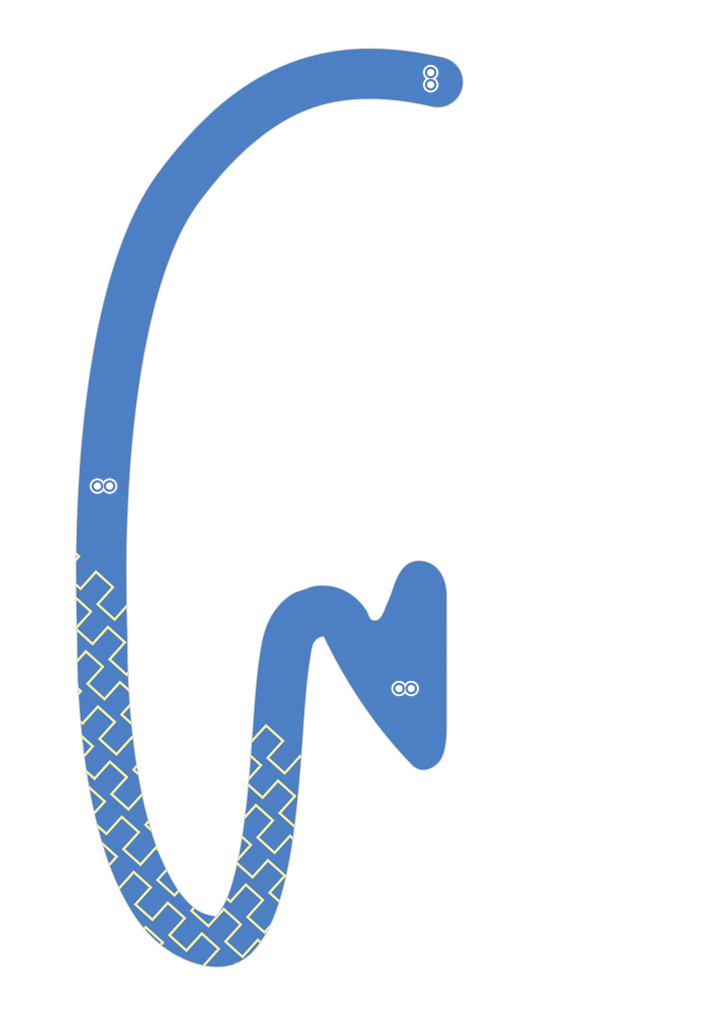
<source format=kicad_pcb>
(kicad_pcb (version 20211014) (generator pcbnew)
  (layers (0 "F.Cu" signal) (31 "B.Cu" signal) (34 "B.Paste" user) (35 "F.Paste" user) (36 "B.SilkS" user "B.Silkscreen") (37 "F.SilkS" user "F.Silkscreen") (38 "B.Mask" user) (39 "F.Mask" user) (44 "Edge.Cuts" user))
  (net 0 "")
  (footprint "LOGO" (layer "F.Cu") (at 0 0)
    (fp_text reference "G***" hide)
    (fp_text value "LOGO" hide)
  )
  (footprint "LOGO" (layer "F.Cu") (at 0 0)
    (fp_text reference "G***" hide)
    (fp_text value "LOGO" hide)
  )
  (footprint "LOGO" (layer "F.Cu") (at 0 0)
    (fp_text reference "G***" hide)
    (fp_text value "LOGO" hide)
  )
  (footprint "LOGO" (layer "F.Cu") (at 0 0)
    (fp_text reference "G***" hide)
    (fp_text value "LOGO" hide)
  )
  (footprint "Swadge_Parts:shields" (layer "F.Cu") (at 45.385419 0)
    (fp_text reference "Ref**" hide)
    (fp_text value "Val**" hide)
    (pad "1" thru_hole circle (at -28.58 -45.34) (size 1.2 1.2) (drill 0.75) (layers *.Cu *.Mask))
    (pad "2" thru_hole circle (at -28.58 -44.07) (size 1.2 1.2) (drill 0.75) (layers *.Cu *.Mask))
    (pad "3" thru_hole circle (at -63.33 -2.26) (size 1.2 1.2) (drill 0.75) (layers *.Cu *.Mask))
    (pad "4" thru_hole circle (at -62.06 -2.26) (size 1.2 1.2) (drill 0.75) (layers *.Cu *.Mask))
    (pad "5" thru_hole circle (at -31.88 18.83) (size 1.2 1.2) (drill 0.75) (layers *.Cu *.Mask))
    (pad "6" thru_hole circle (at -30.61 18.83) (size 1.2 1.2) (drill 0.75) (layers *.Cu *.Mask))
  )
  (footprint "LOGO" (layer "F.Cu") (at 0 0)
    (fp_text reference "G***" hide)
    (fp_text value "LOGO" hide)
  )
  (footprint "LOGO" (layer "F.Cu") (at 0 0)
    (fp_text reference "G***" hide)
    (fp_text value "LOGO" hide)
  )
  (gr_line (start 18.362767 7.971709) (end 18.278647 7.670263) (layer "Edge.Cuts") (width 0.1))
  (gr_line (start -20.055559 16.382664) (end -20.049359 16.644586) (layer "Edge.Cuts") (width 0.1))
  (gr_line (start 20.152848 -44.799783) (end 20.096178 -45.050555) (layer "Edge.Cuts") (width 0.1))
  (gr_line (start 5.137379 13.583204) (end 5.160559 13.570474) (layer "Edge.Cuts") (width 0.1))
  (gr_line (start -0.858247 14.233738) (end -0.917177 14.557806) (layer "Edge.Cuts") (width 0.1))
  (gr_line (start -11.716154 -34.779686) (end -11.984361 -34.401397) (layer "Edge.Cuts") (width 0.1))
  (gr_line (start -1.408437 45.901345) (end -1.317797 45.789975) (layer "Edge.Cuts") (width 0.1))
  (gr_line (start -18.595178 -15.051037) (end -18.813946 -13.635229) (layer "Edge.Cuts") (width 0.1))
  (gr_line (start 14.659529 -47.570833) (end 14.178226 -47.633523) (layer "Edge.Cuts") (width 0.1))
  (gr_line (start -14.770103 15.465647) (end -14.773803 15.174158) (layer "Edge.Cuts") (width 0.1))
  (gr_line (start 5.987284 8.102346) (end 5.757189 8.084096) (layer "Edge.Cuts") (width 0.1))
  (gr_line (start 5.987378 8.102346) (end 5.987284 8.102346) (layer "Edge.Cuts") (width 0.1))
  (gr_line (start 5.589389 13.436564) (end 5.587689 13.432564) (layer "Edge.Cuts") (width 0.1))
  (gr_line (start -16.644729 -23.931063) (end -16.968452 -22.772045) (layer "Edge.Cuts") (width 0.1))
  (gr_line (start 5.63742 13.495208) (end 5.66633 13.540838) (layer "Edge.Cuts") (width 0.1))
  (gr_line (start 17.109184 26.998781) (end 17.255252 26.899171) (layer "Edge.Cuts") (width 0.1))
  (gr_line (start -14.700543 17.910263) (end -14.711003 17.673719) (layer "Edge.Cuts") (width 0.1))
  (gr_line (start -14.858903 10.630411) (end -14.865203 10.174094) (layer "Edge.Cuts") (width 0.1))
  (gr_line (start -12.125814 -20.303546) (end -11.843248 -21.401013) (layer "Edge.Cuts") (width 0.1))
  (gr_line (start 5.026069 13.649784) (end 5.047529 13.636414) (layer "Edge.Cuts") (width 0.1))
  (gr_line (start 3.921849 18.348034) (end 3.962089 17.957413) (layer "Edge.Cuts") (width 0.1))
  (gr_line (start -14.880303 8.540198) (end -14.883703 7.943027) (layer "Edge.Cuts") (width 0.1))
  (gr_line (start -12.245678 -34.017743) (end -12.500506 -33.627988) (layer "Edge.Cuts") (width 0.1))
  (gr_line (start 3.999568 -41.454402) (end 4.662448 -41.692996) (layer "Edge.Cuts") (width 0.1))
  (gr_line (start -5.76008 47.866325) (end -5.72618 47.867085) (layer "Edge.Cuts") (width 0.1))
  (gr_line (start -19.540419 -7.596991) (end -19.540419 -7.59686) (layer "Edge.Cuts") (width 0.1))
  (gr_line (start 4.043649 17.234798) (end 4.085159 16.901716) (layer "Edge.Cuts") (width 0.1))
  (gr_line (start 5.90035 13.987498) (end 5.93121 14.050618) (layer "Edge.Cuts") (width 0.1))
  (gr_line (start 18.494647 8.851308) (end 18.469477 8.566515) (layer "Edge.Cuts") (width 0.1))
  (gr_line (start -13.230075 -32.414736) (end -13.462966 -31.993197) (layer "Edge.Cuts") (width 0.1))
  (gr_line (start 14.756753 26.733168) (end 14.948071 26.912578) (layer "Edge.Cuts") (width 0.1))
  (gr_line (start -13.088313 30.718835) (end -13.295082 29.767537) (layer "Edge.Cuts") (width 0.1))
  (gr_line (start -5.781114 -41.444255) (end -5.891641 -41.343153) (layer "Edge.Cuts") (width 0.1))
  (gr_line (start 10.910736 -47.863503) (end 10.457853 -47.867103) (layer "Edge.Cuts") (width 0.1))
  (gr_line (start -3.61273 -36.179361) (end -3.296672 -36.493994) (layer "Edge.Cuts") (width 0.1))
  (gr_line (start -0.104404 43.897474) (end 0.001188 43.686494) (layer "Edge.Cuts") (width 0.1))
  (gr_line (start -9.338834 40.058941) (end -9.468079 39.881791) (layer "Edge.Cuts") (width 0.1))
  (gr_line (start -5.544234 42.549311) (end -5.82088 42.507811) (layer "Edge.Cuts") (width 0.1))
  (gr_line (start -20.163599 10.65685) (end -20.154899 11.0967) (layer "Edge.Cuts") (width 0.1))
  (gr_line (start -4.63798 47.808145) (end -4.56204 47.796045) (layer "Edge.Cuts") (width 0.1))
  (gr_line (start 9.879018 10.327052) (end 9.797588 10.222799) (layer "Edge.Cuts") (width 0.1))
  (gr_line (start -1.953187 46.495444) (end -1.857487 46.402944) (layer "Edge.Cuts") (width 0.1))
  (gr_line (start 4.964979 13.688414) (end 4.984739 13.675884) (layer "Edge.Cuts") (width 0.1))
  (gr_line (start 0.104358 43.471304) (end 0.205215 43.251874) (layer "Edge.Cuts") (width 0.1))
  (gr_line (start 15.525192 27.253011) (end 15.716117 27.307741) (layer "Edge.Cuts") (width 0.1))
  (gr_line (start 18.398403 -46.851289) (end 18.137489 -46.925539) (layer "Edge.Cuts") (width 0.1))
  (gr_line (start -14.810103 12.519025) (end -14.814203 12.340364) (layer "Edge.Cuts") (width 0.1))
  (gr_line (start 10.402708 11.298032) (end 10.365048 11.210872) (layer "Edge.Cuts") (width 0.1))
  (gr_line (start -1.377988 -38.214608) (end -1.233579 -38.332968) (layer "Edge.Cuts") (width 0.1))
  (gr_line (start 6.475289 15.114465) (end 6.951517 16.004414) (layer "Edge.Cuts") (width 0.1))
  (gr_line (start -14.887249 5.577863) (end -14.885149 5.046116) (layer "Edge.Cuts") (width 0.1))
  (gr_line (start -6.276237 -40.98347) (end -6.651372 -40.625112) (layer "Edge.Cuts") (width 0.1))
  (gr_line (start 5.376519 13.485664) (end 5.395269 13.481764) (layer "Edge.Cuts") (width 0.1))
  (gr_line (start 10.02126 20.974212) (end 10.570819 21.744827) (layer "Edge.Cuts") (width 0.1))
  (gr_line (start 15.602155 5.495847) (end 15.205177 5.521517) (layer "Edge.Cuts") (width 0.1))
  (gr_line (start -3.541651 47.517345) (end -3.439264 47.473345) (layer "Edge.Cuts") (width 0.1))
  (gr_line (start -20.077449 0.673346) (end -20.104179 1.409578) (layer "Edge.Cuts") (width 0.1))
  (gr_line (start -5.398314 -34.238749) (end -5.107221 -34.576061) (layer "Edge.Cuts") (width 0.1))
  (gr_line (start 0.495015 42.567424) (end 0.65988 42.139434) (layer "Edge.Cuts") (width 0.1))
  (gr_line (start -3.64167 47.557145) (end -3.541651 47.517345) (layer "Edge.Cuts") (width 0.1))
  (gr_line (start -10.426778 38.273721) (end -10.602633 37.936881) (layer "Edge.Cuts") (width 0.1))
  (gr_line (start -19.540419 -7.597648) (end -19.540419 -7.597516) (layer "Edge.Cuts") (width 0.1))
  (gr_line (start -14.837203 11.584417) (end -14.837203 11.584286) (layer "Edge.Cuts") (width 0.1))
  (gr_line (start -14.865203 10.174094) (end -14.870903 9.666464) (layer "Edge.Cuts") (width 0.1))
  (gr_line (start -0.616703 -38.8277) (end -0.536233 -38.88872) (layer "Edge.Cuts") (width 0.1))
  (gr_line (start -1.353707 17.818121) (end -1.396817 18.258023) (layer "Edge.Cuts") (width 0.1))
  (gr_line (start 5.586692 13.429364) (end 5.586562 13.427264) (layer "Edge.Cuts") (width 0.1))
  (gr_line (start -19.711409 -5.64421) (end -19.763049 -4.974267) (layer "Edge.Cuts") (width 0.1))
  (gr_line (start 20.171558 -44.015048) (end 20.191558 -44.280433) (layer "Edge.Cuts") (width 0.1))
  (gr_line (start -0.386367 12.465838) (end -0.511591 12.832572) (layer "Edge.Cuts") (width 0.1))
  (gr_line (start -0.323297 44.307115) (end -0.212529 44.104335) (layer "Edge.Cuts") (width 0.1))
  (gr_line (start 9.486934 9.859056) (end 9.362598 9.726822) (layer "Edge.Cuts") (width 0.1))
  (gr_line (start 20.191558 -44.280433) (end 20.184958 -44.542544) (layer "Edge.Cuts") (width 0.1))
  (gr_line (start -9.425587 -37.678693) (end -9.758226 -37.284538) (layer "Edge.Cuts") (width 0.1))
  (gr_line (start 5.59307 13.431508) (end 5.59817 13.437608) (layer "Edge.Cuts") (width 0.1))
  (gr_line (start -14.780303 14.539045) (end -14.782103 14.332111) (layer "Edge.Cuts") (width 0.1))
  (gr_line (start 2.858847 8.729866) (end 2.744667 8.774196) (layer "Edge.Cuts") (width 0.1))
  (gr_line (start 18.502747 16.037364) (end 18.502747 15.172943) (layer "Edge.Cuts") (width 0.1))
  (gr_line (start 19.643872 -45.957034) (end 19.479383 -46.151517) (layer "Edge.Cuts") (width 0.1))
  (gr_line (start -19.786129 21.513324) (end -19.67767 22.764581) (layer "Edge.Cuts") (width 0.1))
  (gr_line (start -20.088059 13.97664) (end -20.085559 14.1807) (layer "Edge.Cuts") (width 0.1))
  (gr_line (start -5.82088 42.507811) (end -6.084648 42.458511) (layer "Edge.Cuts") (width 0.1))
  (gr_line (start -14.476589 -4.580799) (end -14.426829 -5.224066) (layer "Edge.Cuts") (width 0.1))
  (gr_line (start 1.930749 37.515904) (end 2.048583 36.91594) (layer "Edge.Cuts") (width 0.1))
  (gr_line (start 4.170069 16.289282) (end 4.213649 16.008842) (layer "Edge.Cuts") (width 0.1))
  (gr_line (start -20.118859 12.295645) (end -20.114959 12.452622) (layer "Edge.Cuts") (width 0.1))
  (gr_line (start 5.451509 13.472564) (end 5.470269 13.470164) (layer "Edge.Cuts") (width 0.1))
  (gr_line (start -18.021007 32.911101) (end -17.763194 33.902785) (layer "Edge.Cuts") (width 0.1))
  (gr_line (start 14.526841 5.755511) (end 14.239905 5.949699) (layer "Edge.Cuts") (width 0.1))
  (gr_line (start 5.160559 13.570474) (end 5.183919 13.558174) (layer "Edge.Cuts") (width 0.1))
  (gr_line (start -13.462966 -31.993197) (end -13.691376 -31.561869) (layer "Edge.Cuts") (width 0.1))
  (gr_line (start -3.296672 -36.493994) (end -2.971777 -36.81016) (layer "Edge.Cuts") (width 0.1))
  (gr_line (start 5.81264 13.805018) (end 5.83058 13.842398) (layer "Edge.Cuts") (width 0.1))
  (gr_line (start -10.928208 -24.446258) (end -10.601671 -25.378584) (layer "Edge.Cuts") (width 0.1))
  (gr_line (start 13.554562 6.756195) (end 13.375305 7.076108) (layer "Edge.Cuts") (width 0.1))
  (gr_line (start -0.920633 45.262025) (end -0.794999 45.078705) (layer "Edge.Cuts") (width 0.1))
  (gr_line (start 10.457851 -47.867103) (end 10.45785 -47.867103) (layer "Edge.Cuts") (width 0.1))
  (gr_line (start 19.689214 -42.789772) (end 19.830765 -43.006966) (layer "Edge.Cuts") (width 0.1))
  (gr_line (start 0.116494 11.357477) (end -0.07449 11.726334) (layer "Edge.Cuts") (width 0.1))
  (gr_line (start 1.404385 -40.186221) (end 2.048543 -40.551542) (layer "Edge.Cuts") (width 0.1))
  (gr_line (start -13.490335 28.784211) (end -13.673669 27.769883) (layer "Edge.Cuts") (width 0.1))
  (gr_line (start 5.594189 13.445564) (end 5.591589 13.441064) (layer "Edge.Cuts") (width 0.1))
  (gr_line (start -14.761403 16.006675) (end -14.766003 15.742473) (layer "Edge.Cuts") (width 0.1))
  (gr_line (start 3.011089 29.760266) (end 3.070269 29.12985) (layer "Edge.Cuts") (width 0.1))
  (gr_line (start -19.540419 -7.59896) (end -19.540419 -7.598829) (layer "Edge.Cuts") (width 0.1))
  (gr_line (start -20.081459 14.583315) (end -20.081459 14.583415) (layer "Edge.Cuts") (width 0.1))
  (gr_line (start -14.837203 11.585205) (end -14.837203 11.585074) (layer "Edge.Cuts") (width 0.1))
  (gr_line (start -5.60641 47.864785) (end -5.57525 47.863785) (layer "Edge.Cuts") (width 0.1))
  (gr_line (start 6.585899 8.177126) (end 6.456495 8.154666) (layer "Edge.Cuts") (width 0.1))
  (gr_line (start 0.819972 41.694374) (end 0.975307 41.232214) (layer "Edge.Cuts") (width 0.1))
  (gr_line (start -4.71021 47.818645) (end -4.63798 47.808145) (layer "Edge.Cuts") (width 0.1))
  (gr_line (start 3.307749 26.302463) (end 3.368659 25.504087) (layer "Edge.Cuts") (width 0.1))
  (gr_line (start -5.6949 47.867145) (end -5.6652 47.866655) (layer "Edge.Cuts") (width 0.1))
  (gr_line (start 18.502747 12.579673) (end 18.502747 11.71525) (layer "Edge.Cuts") (width 0.1))
  (gr_line (start -14.676623 18.40252) (end -14.689103 18.152518) (layer "Edge.Cuts") (width 0.1))
  (gr_line (start 6.715388 -42.230131) (end 7.42749 -42.351636) (layer "Edge.Cuts") (width 0.1))
  (gr_line (start 12.621047 9.037113) (end 12.522857 9.30489) (layer "Edge.Cuts") (width 0.1))
  (gr_line (start -2.264277 29.242744) (end -2.321407 29.824587) (layer "Edge.Cuts") (width 0.1))
  (gr_line (start -20.126659 12.018684) (end -20.122759 12.150555) (layer "Edge.Cuts") (width 0.1))
  (gr_line (start 5.347164 8.073496) (end 5.16434 8.079796) (layer "Edge.Cuts") (width 0.1))
  (gr_line (start -14.806103 12.704763) (end -14.810103 12.519025) (layer "Edge.Cuts") (width 0.1))
  (gr_line (start 17.998237 -41.732637) (end 18.249012 -41.789307) (layer "Edge.Cuts") (width 0.1))
  (gr_line (start 1.676477 9.452976) (end 1.508487 9.600393) (layer "Edge.Cuts") (width 0.1))
  (gr_line (start 4.421289 14.732153) (end 4.451189 14.591376) (layer "Edge.Cuts") (width 0.1))
  (gr_line (start -9.176978 -28.758507) (end -8.995146 -29.118417) (layer "Edge.Cuts") (width 0.1))
  (gr_line (start -20.134259 11.798872) (end -20.134259 11.799003) (layer "Edge.Cuts") (width 0.1))
  (gr_line (start 11.931177 10.70605) (end 11.858177 10.871585) (layer "Edge.Cuts") (width 0.1))
  (gr_line (start 18.425947 8.271888) (end 18.362767 7.971709) (layer "Edge.Cuts") (width 0.1))
  (gr_line (start 3.641689 21.680359) (end 3.682179 21.136435) (layer "Edge.Cuts") (width 0.1))
  (gr_line (start 1.412923 39.742834) (end 1.549384 39.211994) (layer "Edge.Cuts") (width 0.1))
  (gr_line (start 16.366306 5.607027) (end 16.001799 5.528507) (layer "Edge.Cuts") (width 0.1))
  (gr_line (start -19.206849 -10.69195) (end -19.381037 -9.164231) (layer "Edge.Cuts") (width 0.1))
  (gr_line (start -14.426829 -5.224066) (end -14.374629 -5.857263) (layer "Edge.Cuts") (width 0.1))
  (gr_line (start 2.258403 9.021956) (end 2.124411 9.108856) (layer "Edge.Cuts") (width 0.1))
  (gr_line (start 15.140418 27.057583) (end 15.333042 27.170341) (layer "Edge.Cuts") (width 0.1))
  (gr_line (start -2.053087 46.586345) (end -1.953187 46.495444) (layer "Edge.Cuts") (width 0.1))
  (gr_line (start 16.452523 27.290441) (end 16.626043 27.237861) (layer "Edge.Cuts") (width 0.1))
  (gr_line (start -4.758474 41.293851) (end -4.837644 41.440461) (layer "Edge.Cuts") (width 0.1))
  (gr_line (start 5.987565 8.102346) (end 5.987471 8.102346) (layer "Edge.Cuts") (width 0.1))
  (gr_line (start -4.223676 -35.548621) (end -3.921286 -35.864743) (layer "Edge.Cuts") (width 0.1))
  (gr_line (start -8.756572 -38.443404) (end -9.092018 -38.064628) (layer "Edge.Cuts") (width 0.1))
  (gr_line (start 6.057153 8.108446) (end 5.988783 8.102346) (layer "Edge.Cuts") (width 0.1))
  (gr_line (start -5.13144 47.856645) (end -5.07867 47.853645) (layer "Edge.Cuts") (width 0.1))
  (gr_line (start -14.837203 11.58468) (end -14.837203 11.584549) (layer "Edge.Cuts") (width 0.1))
  (gr_line (start -13.673669 27.769883) (end -13.844682 26.725579) (layer "Edge.Cuts") (width 0.1))
  (gr_line (start -2.158151 46.676245) (end -2.053087 46.586345) (layer "Edge.Cuts") (width 0.1))
  (gr_line (start -14.687509 -1.228645) (end -14.650499 -1.915736) (layer "Edge.Cuts") (width 0.1))
  (gr_line (start 8.603045 9.064365) (end 8.426364 8.944235) (layer "Edge.Cuts") (width 0.1))
  (gr_line (start 13.700655 -47.688723) (end 13.226766 -47.736383) (layer "Edge.Cuts") (width 0.1))
  (gr_line (start -19.540419 -7.597385) (end -19.540419 -7.597254) (layer "Edge.Cuts") (width 0.1))
  (gr_line (start -2.269335 46.765445) (end -2.158151 46.676245) (layer "Edge.Cuts") (width 0.1))
  (gr_line (start -1.264587 16.987585) (end -1.309687 17.394912) (layer "Edge.Cuts") (width 0.1))
  (gr_line (start -11.457788 36.099289) (end -11.613145 35.717615) (layer "Edge.Cuts") (width 0.1))
  (gr_line (start 17.392577 26.793192) (end 17.520409 26.683005) (layer "Edge.Cuts") (width 0.1))
  (gr_line (start 5.93121 14.050618) (end 5.96702 14.122998) (layer "Edge.Cuts") (width 0.1))
  (gr_line (start -4.815308 -34.905799) (end -4.521238 -35.229479) (layer "Edge.Cuts") (width 0.1))
  (gr_line (start 2.996506 -46.68114) (end 2.121321 -46.367902) (layer "Edge.Cuts") (width 0.1))
  (gr_line (start -14.837203 11.585074) (end -14.837203 11.584942) (layer "Edge.Cuts") (width 0.1))
  (gr_line (start 3.199794 8.615636) (end 3.085403 8.652056) (layer "Edge.Cuts") (width 0.1))
  (gr_line (start -2.620597 32.459746) (end -2.685047 32.954006) (layer "Edge.Cuts") (width 0.1))
  (gr_line (start 14.948071 26.912578) (end 15.140418 27.057583) (layer "Edge.Cuts") (width 0.1))
  (gr_line (start 4.482929 14.465064) (end 4.517689 14.350927) (layer "Edge.Cuts") (width 0.1))
  (gr_line (start -20.134259 11.799791) (end -20.134259 11.799921) (layer "Edge.Cuts") (width 0.1))
  (gr_line (start -2.035717 26.627718) (end -2.093407 27.33092) (layer "Edge.Cuts") (width 0.1))
  (gr_line (start 5.987471 8.102346) (end 5.987378 8.102346) (layer "Edge.Cuts") (width 0.1))
  (gr_line (start -13.789503 42.956625) (end -13.554258 43.274535) (layer "Edge.Cuts") (width 0.1))
  (gr_line (start -5.489434 42.501311) (end -5.497934 42.509311) (layer "Edge.Cuts") (width 0.1))
  (gr_line (start -2.437557 30.924016) (end -2.497127 31.447899) (layer "Edge.Cuts") (width 0.1))
  (gr_line (start -14.136366 -30.666892) (end -14.353748 -30.201768) (layer "Edge.Cuts") (width 0.1))
  (gr_line (start -13.136451 -15.504703) (end -12.90229 -16.765539) (layer "Edge.Cuts") (width 0.1))
  (gr_line (start -20.177699 9.641094) (end -20.171199 10.168813) (layer "Edge.Cuts") (width 0.1))
  (gr_line (start 8.955746 19.385238) (end 9.482993 20.187824) (layer "Edge.Cuts") (width 0.1))
  (gr_line (start 11.826671 -47.834663) (end 11.366992 -47.852713) (layer "Edge.Cuts") (width 0.1))
  (gr_line (start -14.832303 11.715369) (end -14.837203 11.586254) (layer "Edge.Cuts") (width 0.1))
  (gr_line (start 0.405918 -45.631188) (end -0.434908 -45.207682) (layer "Edge.Cuts") (width 0.1))
  (gr_line (start -0.212529 44.104335) (end -0.104404 43.897474) (layer "Edge.Cuts") (width 0.1))
  (gr_line (start 17.255252 26.899171) (end 17.392577 26.793192) (layer "Edge.Cuts") (width 0.1))
  (gr_line (start -4.42169 47.771645) (end -4.34669 47.757345) (layer "Edge.Cuts") (width 0.1))
  (gr_line (start 2.744667 8.774196) (end 2.62854 8.824096) (layer "Edge.Cuts") (width 0.1))
  (gr_line (start 9.362598 9.726822) (end 9.228536 9.592098) (layer "Edge.Cuts") (width 0.1))
  (gr_line (start 2.891079 30.950515) (end 2.951449 30.366148) (layer "Edge.Cuts") (width 0.1))
  (gr_line (start 5.334773 -41.901414) (end 6.018451 -42.080258) (layer "Edge.Cuts") (width 0.1))
  (gr_line (start -5.83989 47.861325) (end -5.79764 47.864325) (layer "Edge.Cuts") (width 0.1))
  (gr_line (start -2.260717 -37.479032) (end -2.206037 -37.525752) (layer "Edge.Cuts") (width 0.1))
  (gr_line (start -11.12675 36.855562) (end -11.29514 36.479392) (layer "Edge.Cuts") (width 0.1))
  (gr_line (start -4.521238 -35.229479) (end -4.223676 -35.548621) (layer "Edge.Cuts") (width 0.1))
  (gr_line (start 18.878508 -46.632296) (end 18.645742 -46.753009) (layer "Edge.Cuts") (width 0.1))
  (gr_line (start 13.215995 7.409781) (end 13.073844 7.750143) (layer "Edge.Cuts") (width 0.1))
  (gr_line (start -12.749246 -33.231393) (end -12.992302 -32.827222) (layer "Edge.Cuts") (width 0.1))
  (gr_line (start 19.296328 -46.329954) (end 19.095703 -46.490745) (layer "Edge.Cuts") (width 0.1))
  (gr_line (start 12.756507 -47.776553) (end 12.289826 -47.809293) (layer "Edge.Cuts") (width 0.1))
  (gr_line (start 19.913153 -45.52631) (end 19.788795 -45.748099) (layer "Edge.Cuts") (width 0.1))
  (gr_line (start -2.685047 32.954006) (end -2.772767 33.586386) (layer "Edge.Cuts") (width 0.1))
  (gr_line (start 7.559434 -47.698618) (end 6.620901 -47.568577) (layer "Edge.Cuts") (width 0.1))
  (gr_line (start -19.956449 18.944239) (end -19.879089 20.239661) (layer "Edge.Cuts") (width 0.1))
  (gr_line (start -2.772767 33.586386) (end -2.864907 34.200306) (layer "Edge.Cuts") (width 0.1))
  (gr_line (start 10.442818 11.379852) (end 10.402708 11.298032) (layer "Edge.Cuts") (width 0.1))
  (gr_line (start 10.46568 -42.566006) (end 10.83113 -42.563606) (layer "Edge.Cuts") (width 0.1))
  (gr_line (start -19.763049 -4.974267) (end -19.811979 -4.295431) (layer "Edge.Cuts") (width 0.1))
  (gr_line (start -12.500506 -33.627988) (end -12.749246 -33.231393) (layer "Edge.Cuts") (width 0.1))
  (gr_line (start 17.854337 26.27349) (end 17.950287 26.104629) (layer "Edge.Cuts") (width 0.1))
  (gr_line (start -19.540419 -7.598829) (end -19.540419 -7.598697) (layer "Edge.Cuts") (width 0.1))
  (gr_line (start 18.038547 25.920142) (end 18.119127 25.720363) (layer "Edge.Cuts") (width 0.1))
  (gr_line (start 12.829862 8.422662) (end 12.722454 8.74068) (layer "Edge.Cuts") (width 0.1))
  (gr_line (start -2.893535 -43.716376) (end -3.692808 -43.145626) (layer "Edge.Cuts") (width 0.1))
  (gr_line (start 9.948718 10.419802) (end 9.879018 10.327052) (layer "Edge.Cuts") (width 0.1))
  (gr_line (start -16.903924 36.698194) (end -16.73515 37.171225) (layer "Edge.Cuts") (width 0.1))
  (gr_line (start -5.5042 47.861945) (end -5.46224 47.861505) (layer "Edge.Cuts") (width 0.1))
  (gr_line (start 10.457849 -47.867103) (end 10.457849 -47.867103) (layer "Edge.Cuts") (width 0.1))
  (gr_line (start -0.969347 14.867471) (end -1.016927 15.160777) (layer "Edge.Cuts") (width 0.1))
  (gr_line (start 4.778619 13.882694) (end 4.856569 13.793504) (layer "Edge.Cuts") (width 0.1))
  (gr_line (start 10.457849 -47.867103) (end 10.457849 -47.867103) (layer "Edge.Cuts") (width 0.1))
  (gr_line (start 2.473889 34.342301) (end 2.568789 33.655311) (layer "Edge.Cuts") (width 0.1))
  (gr_line (start -2.290127 -37.453162) (end -2.260717 -37.479032) (layer "Edge.Cuts") (width 0.1))
  (gr_line (start 18.502747 18.630634) (end 18.502747 17.766211) (layer "Edge.Cuts") (width 0.1))
  (gr_line (start -14.711003 17.673719) (end -14.720503 17.440848) (layer "Edge.Cuts") (width 0.1))
  (gr_line (start -15.198566 -28.206488) (end -15.582851 -27.191481) (layer "Edge.Cuts") (width 0.1))
  (gr_line (start -5.278754 42.202111) (end -5.332824 42.289711) (layer "Edge.Cuts") (width 0.1))
  (gr_line (start -20.134259 11.797953) (end -20.134259 11.798085) (layer "Edge.Cuts") (width 0.1))
  (gr_line (start -1.765027 46.308445) (end -1.674857 46.211544) (layer "Edge.Cuts") (width 0.1))
  (gr_line (start -5.37228 47.861215) (end -5.3264 47.860955) (layer "Edge.Cuts") (width 0.1))
  (gr_line (start -20.182999 9.082197) (end -20.177699 9.641094) (layer "Edge.Cuts") (width 0.1))
  (gr_line (start -20.134259 11.798347) (end -20.134259 11.798478) (layer "Edge.Cuts") (width 0.1))
  (gr_line (start -19.540419 -7.597516) (end -19.540419 -7.597385) (layer "Edge.Cuts") (width 0.1))
  (gr_line (start 15.205177 5.521517) (end 14.847668 5.610427) (layer "Edge.Cuts") (width 0.1))
  (gr_line (start -10.628225 46.095235) (end -10.165141 46.395855) (layer "Edge.Cuts") (width 0.1))
  (gr_line (start 16.126348 -47.338413) (end 15.633538 -47.423263) (layer "Edge.Cuts") (width 0.1))
  (gr_line (start -20.078259 14.920301) (end -20.074659 15.239076) (layer "Edge.Cuts") (width 0.1))
  (gr_line (start -19.942389 -2.209384) (end -19.980349 -1.498795) (layer "Edge.Cuts") (width 0.1))
  (gr_line (start 17.498773 6.293951) (end 17.261908 6.074858) (layer "Edge.Cuts") (width 0.1))
  (gr_line (start -5.466434 42.478311) (end -5.473634 42.485311) (layer "Edge.Cuts") (width 0.1))
  (gr_line (start -2.207417 28.635284) (end -2.264277 29.242744) (layer "Edge.Cuts") (width 0.1))
  (gr_line (start -3.227713 47.371645) (end -3.118714 47.313445) (layer "Edge.Cuts") (width 0.1))
  (gr_line (start 18.502747 9.986406) (end 18.502747 9.121983) (layer "Edge.Cuts") (width 0.1))
  (gr_line (start 0.855613 10.27796) (end 0.57938 10.631334) (layer "Edge.Cuts") (width 0.1))
  (gr_line (start -4.540814 40.862341) (end -4.608574 41.002691) (layer "Edge.Cuts") (width 0.1))
  (gr_line (start -14.766003 15.742473) (end -14.770103 15.465647) (layer "Edge.Cuts") (width 0.1))
  (gr_line (start 1.1259 40.752914) (end 1.271767 40.256464) (layer "Edge.Cuts") (width 0.1))
  (gr_line (start -7.267416 42.039911) (end -7.488177 41.910551) (layer "Edge.Cuts") (width 0.1))
  (gr_line (start -14.837203 11.58586) (end -14.837203 11.585729) (layer "Edge.Cuts") (width 0.1))
  (gr_line (start 2.386417 8.946506) (end 2.258403 9.021956) (layer "Edge.Cuts") (width 0.1))
  (gr_line (start 18.502747 22.088325) (end 18.502747 21.223902) (layer "Edge.Cuts") (width 0.1))
  (gr_line (start 9.673852 -42.551956) (end 10.46568 -42.566006) (layer "Edge.Cuts") (width 0.1))
  (gr_line (start -10.602633 37.936881) (end -10.778947 37.586661) (layer "Edge.Cuts") (width 0.1))
  (gr_line (start -20.017059 17.64979) (end -20.006899 17.899372) (layer "Edge.Cuts") (width 0.1))
  (gr_line (start -20.189239 5.550348) (end -20.191339 6.117713) (layer "Edge.Cuts") (width 0.1))
  (gr_line (start -5.3264 47.860955) (end -5.27961 47.860475) (layer "Edge.Cuts") (width 0.1))
  (gr_line (start -16.305905 -25.053893) (end -16.644729 -23.931063) (layer "Edge.Cuts") (width 0.1))
  (gr_line (start 2.829709 31.516387) (end 2.891079 30.950515) (layer "Edge.Cuts") (width 0.1))
  (gr_line (start -14.729203 17.209613) (end -14.737003 16.977978) (layer "Edge.Cuts") (width 0.1))
  (gr_line (start 12.722454 8.74068) (end 12.621047 9.037113) (layer "Edge.Cuts") (width 0.1))
  (gr_line (start 10.83113 -42.563606) (end 11.201583 -42.555106) (layer "Edge.Cuts") (width 0.1))
  (gr_line (start 12.425087 9.536944) (end 12.330267 9.746918) (layer "Edge.Cuts") (width 0.1))
  (gr_line (start -1.977207 25.886306) (end -2.035717 26.627718) (layer "Edge.Cuts") (width 0.1))
  (gr_line (start -0.436818 44.505874) (end -0.323297 44.307115) (layer "Edge.Cuts") (width 0.1))
  (gr_line (start -10.601671 -25.378584) (end -10.264834 -26.269348) (layer "Edge.Cuts") (width 0.1))
  (gr_line (start -20.122759 12.150555) (end -20.118859 12.295645) (layer "Edge.Cuts") (width 0.1))
  (gr_line (start -20.074659 15.239076) (end -20.070659 15.542919) (layer "Edge.Cuts") (width 0.1))
  (gr_line (start -1.069987 15.500867) (end -1.121107 15.852781) (layer "Edge.Cuts") (width 0.1))
  (gr_line (start 18.491723 -41.869537) (end 18.724772 -41.972329) (layer "Edge.Cuts") (width 0.1))
  (gr_line (start -5.525134 42.533311) (end -5.534634 42.541311) (layer "Edge.Cuts") (width 0.1))
  (gr_line (start 13.375305 7.076108) (end 13.215995 7.409781) (layer "Edge.Cuts") (width 0.1))
  (gr_line (start 15.623719 -42.041456) (end 16.058828 -41.955036) (layer "Edge.Cuts") (width 0.1))
  (gr_line (start 2.270413 35.66393) (end 2.374439 35.01183) (layer "Edge.Cuts") (width 0.1))
  (gr_line (start 7.391412 8.409946) (end 7.21044 8.343656) (layer "Edge.Cuts") (width 0.1))
  (gr_line (start 18.502747 9.121983) (end 18.494647 8.851308) (layer "Edge.Cuts") (width 0.1))
  (gr_line (start 3.188309 27.783341) (end 3.247719 27.061207) (layer "Edge.Cuts") (width 0.1))
  (gr_line (start -5.515834 42.525311) (end -5.525134 42.533311) (layer "Edge.Cuts") (width 0.1))
  (gr_line (start 3.129249 28.471882) (end 3.188309 27.783341) (layer "Edge.Cuts") (width 0.1))
  (gr_line (start -1.218237 16.595329) (end -1.264587 16.987585) (layer "Edge.Cuts") (width 0.1))
  (gr_line (start -9.692398 46.670075) (end -9.210532 46.917615) (layer "Edge.Cuts") (width 0.1))
  (gr_line (start -4.427054 40.602631) (end -4.479814 40.728291) (layer "Edge.Cuts") (width 0.1))
  (gr_line (start -5.983386 -33.53533) (end -5.689923 -33.892345) (layer "Edge.Cuts") (width 0.1))
  (gr_line (start 5.507829 13.465864) (end 5.526639 13.463864) (layer "Edge.Cuts") (width 0.1))
  (gr_line (start 7.933223 17.729771) (end 8.439246 18.566029) (layer "Edge.Cuts") (width 0.1))
  (gr_line (start -4.104707 -42.833244) (end -4.249258 -42.720788) (layer "Edge.Cuts") (width 0.1))
  (gr_line (start -10.778947 37.586661) (end -10.954169 37.225441) (layer "Edge.Cuts") (width 0.1))
  (gr_line (start -9.758944 39.440161) (end -9.917465 39.180411) (layer "Edge.Cuts") (width 0.1))
  (gr_line (start -13.17382 43.752325) (end -12.779965 44.205625) (layer "Edge.Cuts") (width 0.1))
  (gr_line (start 4.687242 8.137226) (end 4.547175 8.166946) (layer "Edge.Cuts") (width 0.1))
  (gr_line (start -1.016927 15.160777) (end -1.069987 15.500867) (layer "Edge.Cuts") (width 0.1))
  (gr_line (start -9.468079 39.881791) (end -9.608632 39.674741) (layer "Edge.Cuts") (width 0.1))
  (gr_line (start 6.232413 8.125046) (end 6.138493 8.115646) (layer "Edge.Cuts") (width 0.1))
  (gr_line (start -20.145099 11.479859) (end -20.134259 11.797822) (layer "Edge.Cuts") (width 0.1))
  (gr_line (start -19.260328 26.377465) (end -19.0909 27.532643) (layer "Edge.Cuts") (width 0.1))
  (gr_line (start -10.252932 38.594831) (end -10.426778 38.273721) (layer "Edge.Cuts") (width 0.1))
  (gr_line (start 8.426364 8.944235) (end 8.20329 8.80667) (layer "Edge.Cuts") (width 0.1))
  (gr_line (start -17.763194 33.902785) (end -17.491007 34.864959) (layer "Edge.Cuts") (width 0.1))
  (gr_line (start 16.955126 27.089871) (end 17.109184 26.998781) (layer "Edge.Cuts") (width 0.1))
  (gr_line (start 5.564349 13.460064) (end 5.583249 13.458064) (layer "Edge.Cuts") (width 0.1))
  (gr_line (start 14.770582 -42.193886) (end 15.194324 -42.121056) (layer "Edge.Cuts") (width 0.1))
  (gr_line (start -3.27082 36.46231) (end -3.379922 36.977121) (layer "Edge.Cuts") (width 0.1))
  (gr_line (start 0.001188 43.686494) (end 0.104358 43.471304) (layer "Edge.Cuts") (width 0.1))
  (gr_line (start -12.992302 -32.827222) (end -13.230075 -32.414736) (layer "Edge.Cuts") (width 0.1))
  (gr_line (start -5.891641 -41.343153) (end -6.276237 -40.98347) (layer "Edge.Cuts") (width 0.1))
  (gr_line (start -20.191699 7.303488) (end -20.189999 7.90489) (layer "Edge.Cuts") (width 0.1))
  (gr_line (start -14.780296 -29.23256) (end -14.990264 -28.727001) (layer "Edge.Cuts") (width 0.1))
  (gr_line (start 10.250978 10.928792) (end 10.207348 10.831692) (layer "Edge.Cuts") (width 0.1))
  (gr_line (start -5.406375 -41.773915) (end -5.53758 -41.660349) (layer "Edge.Cuts") (width 0.1))
  (gr_line (start -3.954029 39.224331) (end -4.072169 39.605221) (layer "Edge.Cuts") (width 0.1))
  (gr_line (start -20.187099 8.500628) (end -20.182999 9.082197) (layer "Edge.Cuts") (width 0.1))
  (gr_line (start 11.269112 11.643802) (end 11.159789 11.684942) (layer "Edge.Cuts") (width 0.1))
  (gr_line (start 0.113903 -39.355412) (end 0.76014 -39.787711) (layer "Edge.Cuts") (width 0.1))
  (gr_line (start 5.60497 13.446708) (end 5.61367 13.459088) (layer "Edge.Cuts") (width 0.1))
  (gr_line (start -3.73924 47.593045) (end -3.64167 47.557145) (layer "Edge.Cuts") (width 0.1))
  (gr_line (start -5.377394 42.360511) (end -5.410994 42.412411) (layer "Edge.Cuts") (width 0.1))
  (gr_line (start 5.98794 8.102346) (end 5.987846 8.102346) (layer "Edge.Cuts") (width 0.1))
  (gr_line (start -0.536233 -38.88872) (end 0.113903 -39.355412) (layer "Edge.Cuts") (width 0.1))
  (gr_line (start 5.339009 13.494964) (end 5.357769 13.490064) (layer "Edge.Cuts") (width 0.1))
  (gr_line (start -20.081459 14.584115) (end -20.081459 14.584215) (layer "Edge.Cuts") (width 0.1))
  (gr_line (start -6.07655 47.837325) (end -6.00517 47.845325) (layer "Edge.Cuts") (width 0.1))
  (gr_line (start -4.837644 41.440461) (end -4.917664 41.584951) (layer "Edge.Cuts") (width 0.1))
  (gr_line (start -14.887703 6.734275) (end -14.888073 6.14416) (layer "Edge.Cuts") (width 0.1))
  (gr_line (start -2.513905 46.943945) (end -2.3876 46.854545) (layer "Edge.Cuts") (width 0.1))
  (gr_line (start 5.58747 13.426708) (end 5.58957 13.428008) (layer "Edge.Cuts") (width 0.1))
  (gr_line (start -19.0909 27.532643) (end -18.906486 28.662187) (layer "Edge.Cuts") (width 0.1))
  (gr_line (start -20.107459 12.796914) (end -20.103859 12.981566) (layer "Edge.Cuts") (width 0.1))
  (gr_line (start 5.83058 13.842398) (end 5.85072 13.884518) (layer "Edge.Cuts") (width 0.1))
  (gr_line (start -2.08433 -44.250291) (end -2.893535 -43.716376) (layer "Edge.Cuts") (width 0.1))
  (gr_line (start 13.984073 6.185921) (end 13.756555 6.45711) (layer "Edge.Cuts") (width 0.1))
  (gr_line (start 16.946421 -41.761497) (end 17.213489 -41.713937) (layer "Edge.Cuts") (width 0.1))
  (gr_line (start -4.839681 -42.248338) (end -4.985833 -42.128135) (layer "Edge.Cuts") (width 0.1))
  (gr_line (start -14.876003 9.118255) (end -14.880303 8.540198) (layer "Edge.Cuts") (width 0.1))
  (gr_line (start 4.601059 14.150014) (end 4.652059 14.058654) (layer "Edge.Cuts") (width 0.1))
  (gr_line (start 18.469477 8.566515) (end 18.425947 8.271888) (layer "Edge.Cuts") (width 0.1))
  (gr_line (start -0.553202 44.700695) (end -0.436818 44.505874) (layer "Edge.Cuts") (width 0.1))
  (gr_line (start -6.580075 42.330311) (end -6.814997 42.248211) (layer "Edge.Cuts") (width 0.1))
  (gr_line (start -19.381037 -9.164231) (end -19.540419 -7.59896) (layer "Edge.Cuts") (width 0.1))
  (gr_line (start 5.78064 13.739948) (end 5.79622 13.771248) (layer "Edge.Cuts") (width 0.1))
  (gr_line (start -20.134259 11.799659) (end -20.134259 11.799791) (layer "Edge.Cuts") (width 0.1))
  (gr_line (start 6.00845 14.205768) (end 6.475289 15.114465) (layer "Edge.Cuts") (width 0.1))
  (gr_line (start -14.711352 41.528245) (end -14.484599 41.907065) (layer "Edge.Cuts") (width 0.1))
  (gr_line (start -2.321407 29.824587) (end -2.379077 30.383961) (layer "Edge.Cuts") (width 0.1))
  (gr_line (start -4.90695 47.841645) (end -4.84446 47.835645) (layer "Edge.Cuts") (width 0.1))
  (gr_line (start 5.988314 8.102346) (end 5.988221 8.102346) (layer "Edge.Cuts") (width 0.1))
  (gr_line (start -3.82558 -43.046376) (end -3.96318 -42.942011) (layer "Edge.Cuts") (width 0.1))
  (gr_line (start -2.558047 31.95876) (end -2.620597 32.459746) (layer "Edge.Cuts") (width 0.1))
  (gr_line (start 3.881839 18.758923) (end 3.921849 18.348034) (layer "Edge.Cuts") (width 0.1))
  (gr_line (start -6.280037 -33.166187) (end -5.983386 -33.53533) (layer "Edge.Cuts") (width 0.1))
  (gr_line (start -14.886203 7.337475) (end -14.887703 6.734275) (layer "Edge.Cuts") (width 0.1))
  (gr_line (start -20.174839 4.0524) (end -20.181039 4.509187) (layer "Edge.Cuts") (width 0.1))
  (gr_line (start 5.526639 13.463864) (end 5.545479 13.461964) (layer "Edge.Cuts") (width 0.1))
  (gr_line (start 1.271767 40.256464) (end 1.412923 39.742834) (layer "Edge.Cuts") (width 0.1))
  (gr_line (start -14.568257 -29.723903) (end -14.780296 -29.23256) (layer "Edge.Cuts") (width 0.1))
  (gr_line (start -14.744103 16.743902) (end -14.750503 16.505352) (layer "Edge.Cuts") (width 0.1))
  (gr_line (start -14.802303 12.896634) (end -14.806103 12.704763) (layer "Edge.Cuts") (width 0.1))
  (gr_line (start 17.478879 -41.693927) (end 17.740994 -41.700527) (layer "Edge.Cuts") (width 0.1))
  (gr_line (start 20.184958 -44.542544) (end 20.152848 -44.799783) (layer "Edge.Cuts") (width 0.1))
  (gr_line (start -5.41748 47.861355) (end -5.37228 47.861215) (layer "Edge.Cuts") (width 0.1))
  (gr_line (start -16.375915 38.104035) (end -16.186293 38.562035) (layer "Edge.Cuts") (width 0.1))
  (gr_line (start -8.602745 40.947471) (end -8.839232 40.680381) (layer "Edge.Cuts") (width 0.1))
  (gr_line (start -12.37323 44.634165) (end -11.954152 45.037665) (layer "Edge.Cuts") (width 0.1))
  (gr_line (start 8.439246 18.566029) (end 8.955746 19.385238) (layer "Edge.Cuts") (width 0.1))
  (gr_line (start -10.090883 -36.881103) (end -10.424507 -36.467327) (layer "Edge.Cuts") (width 0.1))
  (gr_line (start 5.988689 8.102346) (end 5.988596 8.102346) (layer "Edge.Cuts") (width 0.1))
  (gr_line (start 10.290758 11.025112) (end 10.250978 10.928792) (layer "Edge.Cuts") (width 0.1))
  (gr_line (start -0.619227 13.194685) (end -0.711437 13.550222) (layer "Edge.Cuts") (width 0.1))
  (gr_line (start 1.549384 39.211994) (end 1.681165 38.663904) (layer "Edge.Cuts") (width 0.1))
  (gr_line (start -3.836538 38.819981) (end -3.954029 39.224331) (layer "Edge.Cuts") (width 0.1))
  (gr_line (start 20.096178 -45.050555) (end 20.015948 -45.293263) (layer "Edge.Cuts") (width 0.1))
  (gr_line (start 13.073844 7.750143) (end 12.946063 8.090126) (layer "Edge.Cuts") (width 0.1))
  (gr_line (start -18.813946 -13.635229) (end -19.017827 -12.182242) (layer "Edge.Cuts") (width 0.1))
  (gr_line (start -5.473634 42.485311) (end -5.481334 42.493311) (layer "Edge.Cuts") (width 0.1))
  (gr_line (start 19.479383 -46.151517) (end 19.296328 -46.329954) (layer "Edge.Cuts") (width 0.1))
  (gr_line (start 9.085149 9.456688) (end 8.932838 9.322395) (layer "Edge.Cuts") (width 0.1))
  (gr_line (start -20.081459 14.584815) (end -20.078259 14.920301) (layer "Edge.Cuts") (width 0.1))
  (gr_line (start 4.414177 8.200836) (end 4.286801 8.238236) (layer "Edge.Cuts") (width 0.1))
  (gr_line (start -20.149089 2.898028) (end -20.167239 3.649482) (layer "Edge.Cuts") (width 0.1))
  (gr_line (start -20.134259 11.798216) (end -20.134259 11.798347) (layer "Edge.Cuts") (width 0.1))
  (gr_line (start -11.75966 35.336728) (end -11.895784 34.958989) (layer "Edge.Cuts") (width 0.1))
  (gr_line (start -13.691376 -31.561869) (end -13.915709 -31.120013) (layer "Edge.Cuts") (width 0.1))
  (gr_line (start 3.316273 8.578906) (end 3.199794 8.615636) (layer "Edge.Cuts") (width 0.1))
  (gr_line (start -1.563597 20.200793) (end -1.604737 20.736334) (layer "Edge.Cuts") (width 0.1))
  (gr_line (start -14.568639 -3.265797) (end -14.523869 -3.927898) (layer "Edge.Cuts") (width 0.1))
  (gr_line (start 19.349984 -42.406093) (end 19.528421 -42.589148) (layer "Edge.Cuts") (width 0.1))
  (gr_line (start -20.111159 12.620155) (end -20.107459 12.796914) (layer "Edge.Cuts") (width 0.1))
  (gr_line (start 19.528421 -42.589148) (end 19.689214 -42.789772) (layer "Edge.Cuts") (width 0.1))
  (gr_line (start 5.544298 8.074696) (end 5.347164 8.073496) (layer "Edge.Cuts") (width 0.1))
  (gr_line (start -14.885149 5.046116) (end -14.881649 4.559653) (layer "Edge.Cuts") (width 0.1))
  (gr_line (start -14.650499 -1.915736) (end -14.610859 -2.594931) (layer "Edge.Cuts") (width 0.1))
  (gr_line (start -20.015519 -0.781222) (end -20.047889 -0.057048) (layer "Edge.Cuts") (width 0.1))
  (gr_line (start -11.244168 -23.47248) (end -10.928208 -24.446258) (layer "Edge.Cuts") (width 0.1))
  (gr_line (start -11.984361 -34.401397) (end -12.245678 -34.017743) (layer "Edge.Cuts") (width 0.1))
  (gr_line (start -17.491007 34.864959) (end -17.20455 35.796977) (layer "Edge.Cuts") (width 0.1))
  (gr_line (start 5.987753 8.102346) (end 5.987659 8.102346) (layer "Edge.Cuts") (width 0.1))
  (gr_line (start 19.155499 -42.241606) (end 19.349984 -42.406093) (layer "Edge.Cuts") (width 0.1))
  (gr_line (start -3.921286 -35.864743) (end -3.61273 -36.179361) (layer "Edge.Cuts") (width 0.1))
  (gr_line (start 18.172296 7.371833) (end 18.042424 7.080703) (layer "Edge.Cuts") (width 0.1))
  (gr_line (start 3.682179 21.136435) (end 3.722359 20.616044) (layer "Edge.Cuts") (width 0.1))
  (gr_line (start 10.457852 -47.867103) (end 10.457851 -47.867103) (layer "Edge.Cuts") (width 0.1))
  (gr_line (start 18.314817 25.032592) (end 18.364687 24.774964) (layer "Edge.Cuts") (width 0.1))
  (gr_line (start 0.205215 43.251874) (end 0.303875 43.028114) (layer "Edge.Cuts") (width 0.1))
  (gr_line (start -18.906486 28.662187) (end -18.707187 29.765451) (layer "Edge.Cuts") (width 0.1))
  (gr_line (start 16.091281 27.342002) (end 16.274018 27.325871) (layer "Edge.Cuts") (width 0.1))
  (gr_line (start 5.586562 13.427264) (end 5.58747 13.426708) (layer "Edge.Cuts") (width 0.1))
  (gr_line (start 19.095703 -46.490745) (end 18.878508 -46.632296) (layer "Edge.Cuts") (width 0.1))
  (gr_line (start 18.502747 11.71525) (end 18.502747 10.850829) (layer "Edge.Cuts") (width 0.1))
  (gr_line (start 3.923927 8.364746) (end 3.80456 8.409456) (layer "Edge.Cuts") (width 0.1))
  (gr_line (start 4.652059 14.058654) (end 4.710849 13.970314) (layer "Edge.Cuts") (width 0.1))
  (gr_line (start -14.852103 11.024682) (end -14.858903 10.630411) (layer "Edge.Cuts") (width 0.1))
  (gr_line (start -0.794999 45.078705) (end -0.672559 44.891615) (layer "Edge.Cuts") (width 0.1))
  (gr_line (start 18.502747 10.850829) (end 18.502747 9.986406) (layer "Edge.Cuts") (width 0.1))
  (gr_line (start 4.945889 13.700454) (end 4.964979 13.688414) (layer "Edge.Cuts") (width 0.1))
  (gr_line (start 12.289826 -47.809293) (end 11.826671 -47.834663) (layer "Edge.Cuts") (width 0.1))
  (gr_line (start -5.1296 -42.008521) (end -5.270082 -41.89021) (layer "Edge.Cuts") (width 0.1))
  (gr_line (start 18.724772 -41.972329) (end 18.946563 -42.096685) (layer "Edge.Cuts") (width 0.1))
  (gr_line (start -6.00517 47.845325) (end -5.94262 47.852325) (layer "Edge.Cuts") (width 0.1))
  (gr_line (start -15.990559 39.013245) (end -15.789136 39.456785) (layer "Edge.Cuts") (width 0.1))
  (gr_line (start -19.540419 -7.598041) (end -19.540419 -7.59791) (layer "Edge.Cuts") (width 0.1))
  (gr_line (start -0.07449 11.726334) (end -0.241388 12.09644) (layer "Edge.Cuts") (width 0.1))
  (gr_line (start 20.124008 -43.747986) (end 20.171558 -44.015048) (layer "Edge.Cuts") (width 0.1))
  (gr_line (start 12.734615 -42.458746) (end 13.130973 -42.418816) (layer "Edge.Cuts") (width 0.1))
  (gr_line (start -20.134259 11.797822) (end -20.134259 11.797953) (layer "Edge.Cuts") (width 0.1))
  (gr_line (start 11.201583 -42.555106) (end 11.577099 -42.540406) (layer "Edge.Cuts") (width 0.1))
  (gr_line (start -6.683142 47.745525) (end -6.15781 47.827225) (layer "Edge.Cuts") (width 0.1))
  (gr_line (start 6.726375 8.206156) (end 6.585899 8.177126) (layer "Edge.Cuts") (width 0.1))
  (gr_line (start -4.479814 40.728291) (end -4.540814 40.862341) (layer "Edge.Cuts") (width 0.1))
  (gr_line (start 6.620901 -47.568577) (end 5.695645 -47.401677) (layer "Edge.Cuts") (width 0.1))
  (gr_line (start 7.581562 8.488296) (end 7.391412 8.409946) (layer "Edge.Cuts") (width 0.1))
  (gr_line (start 2.951449 30.366148) (end 3.011089 29.760266) (layer "Edge.Cuts") (width 0.1))
  (gr_line (start -19.983729 18.408937) (end -19.970629 18.672481) (layer "Edge.Cuts") (width 0.1))
  (gr_line (start -20.134259 11.799134) (end -20.134259 11.799266) (layer "Edge.Cuts") (width 0.1))
  (gr_line (start -14.689103 18.152518) (end -14.700543 17.910263) (layer "Edge.Cuts") (width 0.1))
  (gr_line (start 0.303875 43.028114) (end 0.400435 42.799994) (layer "Edge.Cuts") (width 0.1))
  (gr_line (start -6.15781 47.827225) (end -6.07655 47.837325) (layer "Edge.Cuts") (width 0.1))
  (gr_line (start 12.343556 -42.492286) (end 12.734615 -42.458746) (layer "Edge.Cuts") (width 0.1))
  (gr_line (start 3.883752 -46.957826) (end 2.996506 -46.68114) (layer "Edge.Cuts") (width 0.1))
  (gr_line (start -9.357623 -28.385116) (end -9.176978 -28.758507) (layer "Edge.Cuts") (width 0.1))
  (gr_line (start 3.559525 8.498656) (end 3.435847 8.540406) (layer "Edge.Cuts") (width 0.1))
  (gr_line (start 5.66633 13.540838) (end 5.69128 13.581028) (layer "Edge.Cuts") (width 0.1))
  (gr_line (start 13.756555 6.45711) (end 13.554562 6.756195) (layer "Edge.Cuts") (width 0.1))
  (gr_line (start -20.081459 14.584615) (end -20.081459 14.584715) (layer "Edge.Cuts") (width 0.1))
  (gr_line (start 5.489039 13.467964) (end 5.507829 13.465864) (layer "Edge.Cuts") (width 0.1))
  (gr_line (start -12.154108 34.183223) (end -12.402925 33.370298) (layer "Edge.Cuts") (width 0.1))
  (gr_line (start -1.856647 24.276254) (end -1.917607 25.103534) (layer "Edge.Cuts") (width 0.1))
  (gr_line (start -1.645997 21.293437) (end -1.687547 21.872914) (layer "Edge.Cuts") (width 0.1))
  (gr_line (start 2.636869 33.133226) (end 2.702869 32.604723) (layer "Edge.Cuts") (width 0.1))
  (gr_line (start -8.148238 41.402371) (end -8.372957 41.187601) (layer "Edge.Cuts") (width 0.1))
  (gr_line (start -1.497517 46.008414) (end -1.408437 45.901345) (layer "Edge.Cuts") (width 0.1))
  (gr_line (start -5.54152 47.862785) (end -5.5042 47.861945) (layer "Edge.Cuts") (width 0.1))
  (gr_line (start -1.121107 15.852781) (end -1.170467 16.217331) (layer "Edge.Cuts") (width 0.1))
  (gr_line (start -5.410994 42.412411) (end -5.432134 42.443311) (layer "Edge.Cuts") (width 0.1))
  (gr_line (start 11.704901 23.240437) (end 12.289968 23.966281) (layer "Edge.Cuts") (width 0.1))
  (gr_line (start 17.950287 26.104629) (end 18.038547 25.920142) (layer "Edge.Cuts") (width 0.1))
  (gr_line (start -6.084648 42.458511) (end -6.337169 42.399911) (layer "Edge.Cuts") (width 0.1))
  (gr_line (start -14.279784 23.42307) (end -14.397498 22.269122) (layer "Edge.Cuts") (width 0.1))
  (gr_line (start -3.96318 -42.942011) (end -4.104707 -42.833244) (layer "Edge.Cuts") (width 0.1))
  (gr_line (start -3.720039 38.392631) (end -3.836538 38.819981) (layer "Edge.Cuts") (width 0.1))
  (gr_line (start 10.486948 11.455192) (end 10.442818 11.379852) (layer "Edge.Cuts") (width 0.1))
  (gr_line (start -9.608632 39.674741) (end -9.758944 39.440161) (layer "Edge.Cuts") (width 0.1))
  (gr_line (start -20.081459 14.583214) (end -20.081459 14.583315) (layer "Edge.Cuts") (width 0.1))
  (gr_line (start 6.018451 -42.080258) (end 6.715388 -42.230131) (layer "Edge.Cuts") (width 0.1))
  (gr_line (start -13.357818 -14.203303) (end -13.136451 -15.504703) (layer "Edge.Cuts") (width 0.1))
  (gr_line (start -4.26858 47.741345) (end -4.18744 47.723245) (layer "Edge.Cuts") (width 0.1))
  (gr_line (start -20.081459 14.584315) (end -20.081459 14.584415) (layer "Edge.Cuts") (width 0.1))
  (gr_line (start -14.753539 0.167481) (end -14.721869 -0.534095) (layer "Edge.Cuts") (width 0.1))
  (gr_line (start -5.63605 47.865785) (end -5.60641 47.864785) (layer "Edge.Cuts") (width 0.1))
  (gr_line (start 10.457849 -47.867103) (end 10.457848 -47.867103) (layer "Edge.Cuts") (width 0.1))
  (gr_line (start 5.545479 13.461964) (end 5.564349 13.460064) (layer "Edge.Cuts") (width 0.1))
  (gr_line (start -2.636707 -37.129377) (end -2.290127 -37.453162) (layer "Edge.Cuts") (width 0.1))
  (gr_line (start -13.844682 26.725579) (end -14.002974 25.652324) (layer "Edge.Cuts") (width 0.1))
  (gr_line (start -14.876749 4.129207) (end -14.870249 3.765511) (layer "Edge.Cuts") (width 0.1))
  (gr_line (start -4.01642 47.679945) (end -3.9267 47.654145) (layer "Edge.Cuts") (width 0.1))
  (gr_line (start -20.191339 6.117713) (end -20.192157 6.704928) (layer "Edge.Cuts") (width 0.1))
  (gr_line (start 20.015948 -45.293263) (end 19.913153 -45.52631) (layer "Edge.Cuts") (width 0.1))
  (gr_line (start 2.50946 8.881046) (end 2.386417 8.946506) (layer "Edge.Cuts") (width 0.1))
  (gr_line (start -4.34669 47.757345) (end -4.26858 47.741345) (layer "Edge.Cuts") (width 0.1))
  (gr_line (start 15.905063 27.336701) (end 16.091281 27.342002) (layer "Edge.Cuts") (width 0.1))
  (gr_line (start -20.081459 14.583815) (end -20.081459 14.583915) (layer "Edge.Cuts") (width 0.1))
  (gr_line (start -7.488177 41.910551) (end -7.707479 41.762241) (layer "Edge.Cuts") (width 0.1))
  (gr_line (start 3.762329 20.118641) (end 3.802169 19.643683) (layer "Edge.Cuts") (width 0.1))
  (gr_line (start 15.633538 -47.423263) (end 15.144616 -47.500743) (layer "Edge.Cuts") (width 0.1))
  (gr_line (start 12.080487 10.345198) (end 12.004887 10.5302) (layer "Edge.Cuts") (width 0.1))
  (gr_line (start -14.263039 -7.091708) (end -14.1098 -8.59427) (layer "Edge.Cuts") (width 0.1))
  (gr_line (start -14.720503 17.440848) (end -14.729203 17.209613) (layer "Edge.Cuts") (width 0.1))
  (gr_line (start -0.672559 44.891615) (end -0.553202 44.700695) (layer "Edge.Cuts") (width 0.1))
  (gr_line (start 2.048583 36.91594) (end 2.161799 36.298623) (layer "Edge.Cuts") (width 0.1))
  (gr_line (start -20.081459 14.584215) (end -20.081459 14.584315) (layer "Edge.Cuts") (width 0.1))
  (gr_line (start -0.790387 13.897225) (end -0.858247 14.233738) (layer "Edge.Cuts") (width 0.1))
  (gr_line (start -12.641833 32.521241) (end -12.870429 31.637078) (layer "Edge.Cuts") (width 0.1))
  (gr_line (start 5.988128 8.102346) (end 5.988034 8.102346) (layer "Edge.Cuts") (width 0.1))
  (gr_line (start -6.581214 -32.783398) (end -6.280037 -33.166187) (layer "Edge.Cuts") (width 0.1))
  (gr_line (start -20.081459 14.583615) (end -20.081459 14.583715) (layer "Edge.Cuts") (width 0.1))
  (gr_line (start -3.491388 37.470751) (end -3.604875 37.942741) (layer "Edge.Cuts") (width 0.1))
  (gr_line (start -11.895784 34.958989) (end -12.154108 34.183223) (layer "Edge.Cuts") (width 0.1))
  (gr_line (start -4.190615 39.962211) (end -4.309024 40.294831) (layer "Edge.Cuts") (width 0.1))
  (gr_line (start 5.988596 8.102346) (end 5.988502 8.102346) (layer "Edge.Cuts") (width 0.1))
  (gr_line (start -1.604737 20.736334) (end -1.645997 21.293437) (layer "Edge.Cuts") (width 0.1))
  (gr_line (start -5.438534 42.450311) (end -5.442834 42.454311) (layer "Edge.Cuts") (width 0.1))
  (gr_line (start -14.990264 -28.727001) (end -15.198566 -28.206488) (layer "Edge.Cuts") (width 0.1))
  (gr_line (start -4.77896 47.827645) (end -4.71021 47.818645) (layer "Edge.Cuts") (width 0.1))
  (gr_line (start -14.844803 11.346175) (end -14.852103 11.024682) (layer "Edge.Cuts") (width 0.1))
  (gr_line (start 10.659188 11.630932) (end 10.593558 11.581872) (layer "Edge.Cuts") (width 0.1))
  (gr_line (start -14.374629 -5.857263) (end -14.320019 -6.479955) (layer "Edge.Cuts") (width 0.1))
  (gr_line (start -14.784203 14.123754) (end -14.786603 13.91492) (layer "Edge.Cuts") (width 0.1))
  (gr_line (start -9.758226 -37.284538) (end -10.090883 -36.881103) (layer "Edge.Cuts") (width 0.1))
  (gr_line (start 12.289968 23.966281) (end 12.887414 24.678051) (layer "Edge.Cuts") (width 0.1))
  (gr_line (start -19.858189 -3.608084) (end -19.901669 -2.912608) (layer "Edge.Cuts") (width 0.1))
  (gr_line (start 10.45785 -47.867103) (end 10.45785 -47.867103) (layer "Edge.Cuts") (width 0.1))
  (gr_line (start 18.502747 22.954551) (end 18.502747 22.088325) (layer "Edge.Cuts") (width 0.1))
  (gr_line (start 5.988034 8.102346) (end 5.98794 8.102346) (layer "Edge.Cuts") (width 0.1))
  (gr_line (start -5.447834 42.459311) (end -5.453434 42.465311) (layer "Edge.Cuts") (width 0.1))
  (gr_line (start -14.837203 11.586123) (end -14.837203 11.585991) (layer "Edge.Cuts") (width 0.1))
  (gr_line (start 4.984739 13.675884) (end 5.005119 13.662974) (layer "Edge.Cuts") (width 0.1))
  (gr_line (start 1.681165 38.663904) (end 1.808282 38.098554) (layer "Edge.Cuts") (width 0.1))
  (gr_line (start 15.716117 27.307741) (end 15.905063 27.336701) (layer "Edge.Cuts") (width 0.1))
  (gr_line (start -2.971777 -36.81016) (end -2.636707 -37.129377) (layer "Edge.Cuts") (width 0.1))
  (gr_line (start 5.79622 13.771248) (end 5.81264 13.805018) (layer "Edge.Cuts") (width 0.1))
  (gr_line (start -20.100359 13.17278) (end -20.096959 13.369225) (layer "Edge.Cuts") (width 0.1))
  (gr_line (start 9.477555 -47.847598) (end 8.511551 -47.791669) (layer "Edge.Cuts") (width 0.1))
  (gr_line (start -14.255094 42.271995) (end -14.023255 42.622145) (layer "Edge.Cuts") (width 0.1))
  (gr_line (start 17.261908 6.074858) (end 16.99507 5.884484) (layer "Edge.Cuts") (width 0.1))
  (gr_line (start 12.887414 24.678051) (end 13.497513 25.376173) (layer "Edge.Cuts") (width 0.1))
  (gr_line (start -2.3876 46.854545) (end -2.269335 46.765445) (layer "Edge.Cuts") (width 0.1))
  (gr_line (start 15.194324 -42.121056) (end 15.623719 -42.041456) (layer "Edge.Cuts") (width 0.1))
  (gr_line (start 2.62854 8.824096) (end 2.50946 8.881046) (layer "Edge.Cuts") (width 0.1))
  (gr_line (start -20.134259 11.798741) (end -20.134259 11.798872) (layer "Edge.Cuts") (width 0.1))
  (gr_line (start -14.002974 25.652324) (end -14.148142 24.551146) (layer "Edge.Cuts") (width 0.1))
  (gr_line (start 11.858177 10.871585) (end 11.784727 11.025642) (layer "Edge.Cuts") (width 0.1))
  (gr_line (start -14.837203 11.585599) (end -14.837203 11.585467) (layer "Edge.Cuts") (width 0.1))
  (gr_line (start 17.123835 -47.146643) (end 16.623097 -47.246203) (layer "Edge.Cuts") (width 0.1))
  (gr_line (start -11.613145 35.717615) (end -11.75966 35.336728) (layer "Edge.Cuts") (width 0.1))
  (gr_line (start 5.114429 13.596264) (end 5.137379 13.583204) (layer "Edge.Cuts") (width 0.1))
  (gr_line (start -20.192157 6.704928) (end -20.191699 7.303488) (layer "Edge.Cuts") (width 0.1))
  (gr_line (start 2.767059 32.066783) (end 2.829709 31.516387) (layer "Edge.Cuts") (width 0.1))
  (gr_line (start -20.083359 14.383335) (end -20.081459 14.583214) (layer "Edge.Cuts") (width 0.1))
  (gr_line (start 16.99507 5.884484) (end 16.696966 5.727113) (layer "Edge.Cuts") (width 0.1))
  (gr_line (start 12.522857 9.30489) (end 12.425087 9.536944) (layer "Edge.Cuts") (width 0.1))
  (gr_line (start -14.837203 11.584549) (end -14.837203 11.584417) (layer "Edge.Cuts") (width 0.1))
  (gr_line (start 3.247719 27.061207) (end 3.307749 26.302463) (layer "Edge.Cuts") (width 0.1))
  (gr_line (start -1.396817 18.258023) (end -1.439187 18.715429) (layer "Edge.Cuts") (width 0.1))
  (gr_line (start -3.439264 47.473345) (end -3.33459 47.424845) (layer "Edge.Cuts") (width 0.1))
  (gr_line (start -4.10336 47.702845) (end -4.01642 47.679945) (layer "Edge.Cuts") (width 0.1))
  (gr_line (start -19.414667 25.197297) (end -19.260328 26.377465) (layer "Edge.Cuts") (width 0.1))
  (gr_line (start -18.112874 -17.771609) (end -18.361496 -16.429789) (layer "Edge.Cuts") (width 0.1))
  (gr_line (start -1.049571 45.441645) (end -0.920633 45.262025) (layer "Edge.Cuts") (width 0.1))
  (gr_line (start 3.683575 8.454316) (end 3.559525 8.498656) (layer "Edge.Cuts") (width 0.1))
  (gr_line (start 4.257579 15.733176) (end 4.296189 15.485718) (layer "Edge.Cuts") (width 0.1))
  (gr_line (start 5.207399 13.546404) (end 5.230949 13.535264) (layer "Edge.Cuts") (width 0.1))
  (gr_line (start 10.593558 11.581872) (end 10.536668 11.522912) (layer "Edge.Cuts") (width 0.1))
  (gr_line (start 12.004887 10.5302) (end 11.931177 10.70605) (layer "Edge.Cuts") (width 0.1))
  (gr_line (start -0.917177 14.557806) (end -0.969347 14.867471) (layer "Edge.Cuts") (width 0.1))
  (gr_line (start -14.353748 -30.201768) (end -14.568257 -29.723903) (layer "Edge.Cuts") (width 0.1))
  (gr_line (start 18.192037 25.505624) (end 18.257267 25.276256) (layer "Edge.Cuts") (width 0.1))
  (gr_line (start 4.002659 17.586515) (end 4.043649 17.234798) (layer "Edge.Cuts") (width 0.1))
  (gr_line (start -3.118714 47.313445) (end -2.950654 47.218345) (layer "Edge.Cuts") (width 0.1))
  (gr_line (start 3.344229 -41.18503) (end 3.999568 -41.454402) (layer "Edge.Cuts") (width 0.1))
  (gr_line (start -14.837203 11.585991) (end -14.837203 11.58586) (layer "Edge.Cuts") (width 0.1))
  (gr_line (start -1.794057 23.401318) (end -1.856647 24.276254) (layer "Edge.Cuts") (width 0.1))
  (gr_line (start -10.264834 -26.269348) (end -10.080785 -26.730117) (layer "Edge.Cuts") (width 0.1))
  (gr_line (start -4.56204 47.796045) (end -4.4935 47.784445) (layer "Edge.Cuts") (width 0.1))
  (gr_line (start 10.102218 10.639742) (end 10.083438 10.611022) (layer "Edge.Cuts") (width 0.1))
  (gr_line (start 13.939825 -42.319506) (end 14.352436 -42.260016) (layer "Edge.Cuts") (width 0.1))
  (gr_line (start 10.457846 -47.867103) (end 10.457748 -47.866268) (layer "Edge.Cuts") (width 0.1))
  (gr_line (start -5.72618 47.867085) (end -5.6949 47.867145) (layer "Edge.Cuts") (width 0.1))
  (gr_line (start -15.370897 40.317275) (end -15.154921 40.732465) (layer "Edge.Cuts") (width 0.1))
  (gr_line (start 5.583249 13.458064) (end 5.602189 13.455964) (layer "Edge.Cuts") (width 0.1))
  (gr_line (start -3.692808 -43.145626) (end -3.82558 -43.046376) (layer "Edge.Cuts") (width 0.1))
  (gr_line (start 11.549977 11.407312) (end 11.463037 11.503822) (layer "Edge.Cuts") (width 0.1))
  (gr_line (start -20.042459 16.900479) (end -20.034759 17.152124) (layer "Edge.Cuts") (width 0.1))
  (gr_line (start -14.808659 1.589967) (end -14.782479 0.875646) (layer "Edge.Cuts") (width 0.1))
  (gr_line (start -20.006899 17.899372) (end -19.995799 18.151828) (layer "Edge.Cuts") (width 0.1))
  (gr_line (start 18.441407 24.219144) (end 18.468257 23.921617) (layer "Edge.Cuts") (width 0.1))
  (gr_line (start -20.081459 14.583415) (end -20.081459 14.583515) (layer "Edge.Cuts") (width 0.1))
  (gr_line (start 10.457748 -47.866268) (end 9.477555 -47.847598) (layer "Edge.Cuts") (width 0.1))
  (gr_line (start 7.78051 8.579796) (end 7.581562 8.488296) (layer "Edge.Cuts") (width 0.1))
  (gr_line (start -14.023255 42.622145) (end -13.789503 42.956625) (layer "Edge.Cuts") (width 0.1))
  (gr_line (start -0.511591 12.832572) (end -0.619227 13.194685) (layer "Edge.Cuts") (width 0.1))
  (gr_line (start 2.124411 9.108856) (end 1.983431 9.208676) (layer "Edge.Cuts") (width 0.1))
  (gr_line (start -13.76106 -11.479252) (end -13.566113 -12.861449) (layer "Edge.Cuts") (width 0.1))
  (gr_line (start -20.061159 16.112932) (end -20.055559 16.382664) (layer "Edge.Cuts") (width 0.1))
  (gr_line (start -5.07867 47.853645) (end -5.02382 47.850645) (layer "Edge.Cuts") (width 0.1))
  (gr_line (start 10.006288 10.499252) (end 9.948718 10.419802) (layer "Edge.Cuts") (width 0.1))
  (gr_line (start -7.423027 -31.672275) (end -7.202489 -31.970809) (layer "Edge.Cuts") (width 0.1))
  (gr_line (start -4.4935 47.784445) (end -4.42169 47.771645) (layer "Edge.Cuts") (width 0.1))
  (gr_line (start -19.657079 -6.304878) (end -19.711409 -5.64421) (layer "Edge.Cuts") (width 0.1))
  (gr_line (start -14.773803 15.174158) (end -14.777203 14.86597) (layer "Edge.Cuts") (width 0.1))
  (gr_line (start -5.662793 -41.550224) (end -5.781114 -41.444255) (layer "Edge.Cuts") (width 0.1))
  (gr_line (start -1.181922 45.617605) (end -1.049571 45.441645) (layer "Edge.Cuts") (width 0.1))
  (gr_line (start -6.888252 -32.385444) (end -6.581214 -32.783398) (layer "Edge.Cuts") (width 0.1))
  (gr_line (start -13.915709 -31.120013) (end -14.136366 -30.666892) (layer "Edge.Cuts") (width 0.1))
  (gr_line (start -14.782103 14.332111) (end -14.784203 14.123754) (layer "Edge.Cuts") (width 0.1))
  (gr_line (start 0.975307 41.232214) (end 1.1259 40.752914) (layer "Edge.Cuts") (width 0.1))
  (gr_line (start -4.395933 -42.605356) (end -4.543829 -42.487662) (layer "Edge.Cuts") (width 0.1))
  (gr_line (start -4.917664 41.584951) (end -4.997054 41.725221) (layer "Edge.Cuts") (width 0.1))
  (gr_line (start 6.33854 8.137666) (end 6.232413 8.125046) (layer "Edge.Cuts") (width 0.1))
  (gr_line (start 5.69128 13.581028) (end 5.71296 13.616908) (layer "Edge.Cuts") (width 0.1))
  (gr_line (start -4.96666 47.846645) (end -4.90695 47.841645) (layer "Edge.Cuts") (width 0.1))
  (gr_line (start 5.987659 8.102346) (end 5.987565 8.102346) (layer "Edge.Cuts") (width 0.1))
  (gr_line (start -14.837203 11.585336) (end -14.837203 11.585205) (layer "Edge.Cuts") (width 0.1))
  (gr_line (start -3.9267 47.654145) (end -3.83428 47.625245) (layer "Edge.Cuts") (width 0.1))
  (gr_line (start -19.553815 23.992788) (end -19.414667 25.197297) (layer "Edge.Cuts") (width 0.1))
  (gr_line (start -19.67767 22.764581) (end -19.553815 23.992788) (layer "Edge.Cuts") (width 0.1))
  (gr_line (start -16.968452 -22.772045) (end -17.277101 -21.576715) (layer "Edge.Cuts") (width 0.1))
  (gr_line (start 8.156664 -42.445376) (end 8.904816 -42.511946) (layer "Edge.Cuts") (width 0.1))
  (gr_line (start -20.134259 11.799528) (end -20.134259 11.799659) (layer "Edge.Cuts") (width 0.1))
  (gr_line (start -20.096959 13.369225) (end -20.093759 13.569571) (layer "Edge.Cuts") (width 0.1))
  (gr_line (start -2.950654 47.218345) (end -2.794473 47.125345) (layer "Edge.Cuts") (width 0.1))
  (gr_line (start -8.436299 -30.130591) (end -8.243491 -30.449902) (layer "Edge.Cuts") (width 0.1))
  (gr_line (start 11.784727 11.025642) (end 11.709657 11.167058) (layer "Edge.Cuts") (width 0.1))
  (gr_line (start -13.295082 29.767537) (end -13.490335 28.784211) (layer "Edge.Cuts") (width 0.1))
  (gr_line (start -20.093759 13.569571) (end -20.090759 13.772486) (layer "Edge.Cuts") (width 0.1))
  (gr_line (start 3.802169 19.643683) (end 3.841979 19.190625) (layer "Edge.Cuts") (width 0.1))
  (gr_line (start -6.651372 -40.625112) (end -7.017993 -40.267018) (layer "Edge.Cuts") (width 0.1))
  (gr_line (start 4.662448 -41.692996) (end 5.334773 -41.901414) (layer "Edge.Cuts") (width 0.1))
  (gr_line (start -7.715563 47.497415) (end -7.202572 47.635495) (layer "Edge.Cuts") (width 0.1))
  (gr_line (start 3.430729 24.663062) (end 3.494229 23.776367) (layer "Edge.Cuts") (width 0.1))
  (gr_line (start 16.696966 5.727113) (end 16.366306 5.607027) (layer "Edge.Cuts") (width 0.1))
  (gr_line (start 12.159137 10.152209) (end 12.080487 10.345198) (layer "Edge.Cuts") (width 0.1))
  (gr_line (start -15.582851 -27.191481) (end -15.951955 -26.140657) (layer "Edge.Cuts") (width 0.1))
  (gr_line (start -14.837203 11.584155) (end -14.844803 11.346175) (layer "Edge.Cuts") (width 0.1))
  (gr_line (start 4.362219 15.066263) (end 4.392029 14.889685) (layer "Edge.Cuts") (width 0.1))
  (gr_line (start 11.957737 -42.519486) (end 12.343556 -42.492286) (layer "Edge.Cuts") (width 0.1))
  (gr_line (start -14.610859 -2.594931) (end -14.568639 -3.265797) (layer "Edge.Cuts") (width 0.1))
  (gr_line (start 10.457847 -47.867103) (end 10.457847 -47.867103) (layer "Edge.Cuts") (width 0.1))
  (gr_line (start 13.226766 -47.736383) (end 12.756507 -47.776553) (layer "Edge.Cuts") (width 0.1))
  (gr_line (start 14.239905 5.949699) (end 13.984073 6.185921) (layer "Edge.Cuts") (width 0.1))
  (gr_line (start -16.73515 37.171225) (end -16.559007 37.640135) (layer "Edge.Cuts") (width 0.1))
  (gr_line (start -20.034759 17.152124) (end -20.026359 17.401301) (layer "Edge.Cuts") (width 0.1))
  (gr_line (start 10.457851 -47.867103) (end 10.457851 -47.867103) (layer "Edge.Cuts") (width 0.1))
  (gr_line (start -11.098445 -35.604511) (end -11.440655 -35.15335) (layer "Edge.Cuts") (width 0.1))
  (gr_line (start -20.181039 4.509187) (end -20.185839 5.011338) (layer "Edge.Cuts") (width 0.1))
  (gr_line (start 4.994376 8.092976) (end 4.835826 8.112346) (layer "Edge.Cuts") (width 0.1))
  (gr_line (start 10.457853 -47.867103) (end 10.457853 -47.867103) (layer "Edge.Cuts") (width 0.1))
  (gr_line (start 5.96702 14.122998) (end 6.00845 14.205768) (layer "Edge.Cuts") (width 0.1))
  (gr_line (start -9.092018 -38.064628) (end -9.425587 -37.678693) (layer "Edge.Cuts") (width 0.1))
  (gr_line (start 10.328258 11.119522) (end 10.290758 11.025112) (layer "Edge.Cuts") (width 0.1))
  (gr_line (start -20.189999 7.90489) (end -20.187099 8.500628) (layer "Edge.Cuts") (width 0.1))
  (gr_line (start -17.20455 35.796977) (end -16.903924 36.698194) (layer "Edge.Cuts") (width 0.1))
  (gr_line (start 16.274018 27.325871) (end 16.452523 27.290441) (layer "Edge.Cuts") (width 0.1))
  (gr_line (start 11.131942 22.500094) (end 11.704901 23.240437) (layer "Edge.Cuts") (width 0.1))
  (gr_line (start 5.596889 13.449764) (end 5.594189 13.445564) (layer "Edge.Cuts") (width 0.1))
  (gr_line (start -4.985833 -42.128135) (end -5.1296 -42.008521) (layer "Edge.Cuts") (width 0.1))
  (gr_line (start 18.468257 23.921617) (end 18.487437 23.611454) (layer "Edge.Cuts") (width 0.1))
  (gr_line (start -20.081459 14.584715) (end -20.081459 14.584815) (layer "Edge.Cuts") (width 0.1))
  (gr_line (start 5.988502 8.102346) (end 5.988408 8.102346) (layer "Edge.Cuts") (width 0.1))
  (gr_line (start -20.130459 11.901362) (end -20.126659 12.018684) (layer "Edge.Cuts") (width 0.1))
  (gr_line (start -18.361496 -16.429789) (end -18.595178 -15.051037) (layer "Edge.Cuts") (width 0.1))
  (gr_line (start 5.470269 13.470164) (end 5.489039 13.467964) (layer "Edge.Cuts") (width 0.1))
  (gr_line (start 6.456495 8.154666) (end 6.33854 8.137666) (layer "Edge.Cuts") (width 0.1))
  (gr_line (start 19.830765 -43.006966) (end 19.951478 -43.239732) (layer "Edge.Cuts") (width 0.1))
  (gr_line (start -0.829923 -38.6598) (end -0.715643 -38.75051) (layer "Edge.Cuts") (width 0.1))
  (gr_line (start -2.093407 27.33092) (end -2.150547 27.999059) (layer "Edge.Cuts") (width 0.1))
  (gr_line (start -14.837203 11.584286) (end -14.837203 11.584155) (layer "Edge.Cuts") (width 0.1))
  (gr_line (start -20.134259 11.799266) (end -20.134259 11.799397) (layer "Edge.Cuts") (width 0.1))
  (gr_line (start 14.120535 26.06107) (end 14.756753 26.733168) (layer "Edge.Cuts") (width 0.1))
  (gr_line (start 9.601144 9.986998) (end 9.486934 9.859056) (layer "Edge.Cuts") (width 0.1))
  (gr_line (start -5.88787 47.857325) (end -5.83989 47.861325) (layer "Edge.Cuts") (width 0.1))
  (gr_line (start 4.085159 16.901716) (end 4.127269 16.586725) (layer "Edge.Cuts") (width 0.1))
  (gr_line (start 15.144616 -47.500743) (end 14.659529 -47.570833) (layer "Edge.Cuts") (width 0.1))
  (gr_line (start -14.786603 13.91492) (end -14.789303 13.706552) (layer "Edge.Cuts") (width 0.1))
  (gr_line (start -1.586007 46.111644) (end -1.497517 46.008414) (layer "Edge.Cuts") (width 0.1))
  (gr_line (start 5.987846 8.102346) (end 5.987753 8.102346) (layer "Edge.Cuts") (width 0.1))
  (gr_line (start 10.735138 11.668952) (end 10.659188 11.630932) (layer "Edge.Cuts") (width 0.1))
  (gr_line (start 5.591589 13.441064) (end 5.589389 13.436564) (layer "Edge.Cuts") (width 0.1))
  (gr_line (start 5.695645 -47.401677) (end 4.783364 -47.198049) (layer "Edge.Cuts") (width 0.1))
  (gr_line (start 5.85072 13.884518) (end 5.87375 13.932508) (layer "Edge.Cuts") (width 0.1))
  (gr_line (start -13.942381 -10.056822) (end -13.76106 -11.479252) (layer "Edge.Cuts") (width 0.1))
  (gr_line (start -5.432134 42.443311) (end -5.434934 42.446311) (layer "Edge.Cuts") (width 0.1))
  (gr_line (start -20.128059 2.151266) (end -20.149089 2.898028) (layer "Edge.Cuts") (width 0.1))
  (gr_line (start 11.709657 11.167058) (end 11.631797 11.294669) (layer "Edge.Cuts") (width 0.1))
  (gr_line (start -4.249258 -42.720788) (end -4.395933 -42.605356) (layer "Edge.Cuts") (width 0.1))
  (gr_line (start 2.694523 -40.884278) (end 3.344229 -41.18503) (layer "Edge.Cuts") (width 0.1))
  (gr_line (start 7.437404 16.876042) (end 7.933223 17.729771) (layer "Edge.Cuts") (width 0.1))
  (gr_line (start 20.049758 -43.487072) (end 20.124008 -43.747986) (layer "Edge.Cuts") (width 0.1))
  (gr_line (start 8.904816 -42.511946) (end 9.673852 -42.551956) (layer "Edge.Cuts") (width 0.1))
  (gr_line (start -9.917465 39.180411) (end -10.082644 38.897841) (layer "Edge.Cuts") (width 0.1))
  (gr_line (start 5.58957 13.428008) (end 5.59307 13.431508) (layer "Edge.Cuts") (width 0.1))
  (gr_line (start -17.570703 -20.344948) (end -17.849286 -19.07662) (layer "Edge.Cuts") (width 0.1))
  (gr_line (start 4.547175 8.166946) (end 4.414177 8.200836) (layer "Edge.Cuts") (width 0.1))
  (gr_line (start -11.29514 36.479392) (end -11.457788 36.099289) (layer "Edge.Cuts") (width 0.1))
  (gr_line (start -8.243491 -30.449902) (end -8.046383 -30.762395) (layer "Edge.Cuts") (width 0.1))
  (gr_line (start -0.715643 -38.75051) (end -0.616703 -38.8277) (layer "Edge.Cuts") (width 0.1))
  (gr_line (start -10.760045 -36.04215) (end -11.098445 -35.604511) (layer "Edge.Cuts") (width 0.1))
  (gr_line (start 3.80456 8.409456) (end 3.683575 8.454316) (layer "Edge.Cuts") (width 0.1))
  (gr_line (start -17.277101 -21.576715) (end -17.570703 -20.344948) (layer "Edge.Cuts") (width 0.1))
  (gr_line (start -10.954169 37.225441) (end -11.12675 36.855562) (layer "Edge.Cuts") (width 0.1))
  (gr_line (start -8.995146 -29.118417) (end -8.811504 -29.46618) (layer "Edge.Cuts") (width 0.1))
  (gr_line (start 18.498947 23.288988) (end 18.502747 22.954551) (layer "Edge.Cuts") (width 0.1))
  (gr_line (start -19.540419 -7.598697) (end -19.540419 -7.598566) (layer "Edge.Cuts") (width 0.1))
  (gr_line (start -20.103859 12.981566) (end -20.100359 13.17278) (layer "Edge.Cuts") (width 0.1))
  (gr_line (start 18.137489 -46.925539) (end 17.628616 -47.039752) (layer "Edge.Cuts") (width 0.1))
  (gr_line (start 4.556669 14.246674) (end 4.601059 14.150014) (layer "Edge.Cuts") (width 0.1))
  (gr_line (start 11.159789 11.684942) (end 11.040668 11.705292) (layer "Edge.Cuts") (width 0.1))
  (gr_line (start -19.540419 -7.597123) (end -19.540419 -7.596991) (layer "Edge.Cuts") (width 0.1))
  (gr_line (start -3.379922 36.977121) (end -3.491388 37.470751) (layer "Edge.Cuts") (width 0.1))
  (gr_line (start -3.604875 37.942741) (end -3.720039 38.392631) (layer "Edge.Cuts") (width 0.1))
  (gr_line (start 10.45785 -47.867103) (end 10.457849 -47.867103) (layer "Edge.Cuts") (width 0.1))
  (gr_line (start 5.278019 13.515264) (end 5.301429 13.506664) (layer "Edge.Cuts") (width 0.1))
  (gr_line (start 5.047529 13.636414) (end 5.069449 13.622974) (layer "Edge.Cuts") (width 0.1))
  (gr_line (start -4.608574 41.002691) (end -4.681624 41.147221) (layer "Edge.Cuts") (width 0.1))
  (gr_line (start -8.076254 -39.183722) (end -8.4183 -38.816082) (layer "Edge.Cuts") (width 0.1))
  (gr_line (start -2.961127 34.795313) (end -3.061077 35.370952) (layer "Edge.Cuts") (width 0.1))
  (gr_line (start -14.500883 21.090328) (end -14.589533 19.887715) (layer "Edge.Cuts") (width 0.1))
  (gr_line (start -1.309687 17.394912) (end -1.353707 17.818121) (layer "Edge.Cuts") (width 0.1))
  (gr_line (start 18.249012 -41.789307) (end 18.491723 -41.869537) (layer "Edge.Cuts") (width 0.1))
  (gr_line (start 18.502747 20.35948) (end 18.502747 19.495057) (layer "Edge.Cuts") (width 0.1))
  (gr_line (start 14.178226 -47.633523) (end 13.700655 -47.688723) (layer "Edge.Cuts") (width 0.1))
  (gr_line (start -19.995799 18.151828) (end -19.983729 18.408937) (layer "Edge.Cuts") (width 0.1))
  (gr_line (start 0.57938 10.631334) (end 0.333729 10.991824) (layer "Edge.Cuts") (width 0.1))
  (gr_line (start 5.183919 13.558174) (end 5.207399 13.546404) (layer "Edge.Cuts") (width 0.1))
  (gr_line (start -5.689923 -33.892345) (end -5.398314 -34.238749) (layer "Edge.Cuts") (width 0.1))
  (gr_line (start -0.711437 13.550222) (end -0.790387 13.897225) (layer "Edge.Cuts") (width 0.1))
  (gr_line (start -20.104179 1.409578) (end -20.128059 2.151266) (layer "Edge.Cuts") (width 0.1))
  (gr_line (start -5.107221 -34.576061) (end -4.815308 -34.905799) (layer "Edge.Cuts") (width 0.1))
  (gr_line (start 16.001799 5.528507) (end 15.602155 5.495847) (layer "Edge.Cuts") (width 0.1))
  (gr_line (start -14.750503 16.505352) (end -14.756203 16.260289) (layer "Edge.Cuts") (width 0.1))
  (gr_line (start -7.043567 42.151911) (end -7.267416 42.039911) (layer "Edge.Cuts") (width 0.1))
  (gr_line (start 2.161799 36.298623) (end 2.270413 35.66393) (layer "Edge.Cuts") (width 0.1))
  (gr_line (start 0.400435 42.799994) (end 0.495015 42.567424) (layer "Edge.Cuts") (width 0.1))
  (gr_line (start -12.402925 33.370298) (end -12.641833 32.521241) (layer "Edge.Cuts") (width 0.1))
  (gr_line (start -1.857487 46.402944) (end -1.765027 46.308445) (layer "Edge.Cuts") (width 0.1))
  (gr_line (start -9.210532 46.917615) (end -8.720079 47.138205) (layer "Edge.Cuts") (width 0.1))
  (gr_line (start 2.568789 33.655311) (end 2.636869 33.133226) (layer "Edge.Cuts") (width 0.1))
  (gr_line (start 3.435847 8.540406) (end 3.316273 8.578906) (layer "Edge.Cuts") (width 0.1))
  (gr_line (start -14.870903 9.666464) (end -14.876003 9.118255) (layer "Edge.Cuts") (width 0.1))
  (gr_line (start -0.241388 12.09644) (end -0.386367 12.465838) (layer "Edge.Cuts") (width 0.1))
  (gr_line (start -1.439187 18.715429) (end -1.480997 19.191153) (layer "Edge.Cuts") (width 0.1))
  (gr_line (start 3.559419 22.840984) (end 3.600799 22.248361) (layer "Edge.Cuts") (width 0.1))
  (gr_line (start -19.540419 -7.598435) (end -19.540419 -7.598304) (layer "Edge.Cuts") (width 0.1))
  (gr_line (start -5.332824 42.289711) (end -5.377394 42.360511) (layer "Edge.Cuts") (width 0.1))
  (gr_line (start 4.286801 8.238236) (end 4.1636 8.278466) (layer "Edge.Cuts") (width 0.1))
  (gr_line (start -10.165141 46.395855) (end -9.692398 46.670075) (layer "Edge.Cuts") (width 0.1))
  (gr_line (start 18.257267 25.276256) (end 18.314817 25.032592) (layer "Edge.Cuts") (width 0.1))
  (gr_line (start 10.365048 11.210872) (end 10.328258 11.119522) (layer "Edge.Cuts") (width 0.1))
  (gr_line (start 9.228536 9.592098) (end 9.085149 9.456688) (layer "Edge.Cuts") (width 0.1))
  (gr_line (start 10.570819 21.744827) (end 11.131942 22.500094) (layer "Edge.Cuts") (width 0.1))
  (gr_line (start -1.917607 25.103534) (end -1.977207 25.886306) (layer "Edge.Cuts") (width 0.1))
  (gr_line (start -1.480997 19.191153) (end -1.522407 19.686003) (layer "Edge.Cuts") (width 0.1))
  (gr_line (start 2.048543 -40.551542) (end 2.694523 -40.884278) (layer "Edge.Cuts") (width 0.1))
  (gr_line (start -20.085559 14.1807) (end -20.083359 14.383335) (layer "Edge.Cuts") (width 0.1))
  (gr_line (start 18.502747 16.901788) (end 18.502747 16.037364) (layer "Edge.Cuts") (width 0.1))
  (gr_line (start 16.499709 -41.861736) (end 16.946421 -41.761497) (layer "Edge.Cuts") (width 0.1))
  (gr_line (start -7.926956 41.593381) (end -8.148238 41.402371) (layer "Edge.Cuts") (width 0.1))
  (gr_line (start -8.720079 47.138205) (end -8.221577 47.331565) (layer "Edge.Cuts") (width 0.1))
  (gr_line (start -16.559007 37.640135) (end -16.375915 38.104035) (layer "Edge.Cuts") (width 0.1))
  (gr_line (start 18.119127 25.720363) (end 18.192037 25.505624) (layer "Edge.Cuts") (width 0.1))
  (gr_line (start 5.61367 13.459088) (end 5.62442 13.475138) (layer "Edge.Cuts") (width 0.1))
  (gr_line (start 3.368659 25.504087) (end 3.430729 24.663062) (layer "Edge.Cuts") (width 0.1))
  (gr_line (start 5.602189 13.455964) (end 5.599589 13.453364) (layer "Edge.Cuts") (width 0.1))
  (gr_line (start 5.74924 13.680258) (end 5.76521 13.709998) (layer "Edge.Cuts") (width 0.1))
  (gr_line (start -20.049359 16.644586) (end -20.042459 16.900479) (layer "Edge.Cuts") (width 0.1))
  (gr_line (start -14.798703 13.093692) (end -14.802303 12.896634) (layer "Edge.Cuts") (width 0.1))
  (gr_line (start 5.357769 13.490064) (end 5.376519 13.485664) (layer "Edge.Cuts") (width 0.1))
  (gr_line (start -15.582443 39.891755) (end -15.370897 40.317275) (layer "Edge.Cuts") (width 0.1))
  (gr_line (start -12.779965 44.205625) (end -12.37323 44.634165) (layer "Edge.Cuts") (width 0.1))
  (gr_line (start 5.988783 8.102346) (end 5.988689 8.102346) (layer "Edge.Cuts") (width 0.1))
  (gr_line (start -2.649209 47.034045) (end -2.513905 46.943945) (layer "Edge.Cuts") (width 0.1))
  (gr_line (start 5.87375 13.932508) (end 5.90035 13.987498) (layer "Edge.Cuts") (width 0.1))
  (gr_line (start 5.71296 13.616908) (end 5.73205 13.649608) (layer "Edge.Cuts") (width 0.1))
  (gr_line (start -14.814203 12.340364) (end -14.818503 12.169723) (layer "Edge.Cuts") (width 0.1))
  (gr_line (start -7.636773 -31.372249) (end -7.423027 -31.672275) (layer "Edge.Cuts") (width 0.1))
  (gr_line (start 16.058828 -41.955036) (end 16.499709 -41.861736) (layer "Edge.Cuts") (width 0.1))
  (gr_line (start -19.540419 -7.598304) (end -19.540419 -7.598173) (layer "Edge.Cuts") (width 0.1))
  (gr_line (start -4.543829 -42.487662) (end -4.692046 -42.368418) (layer "Edge.Cuts") (width 0.1))
  (gr_line (start -14.818503 12.169723) (end -14.823003 12.008047) (layer "Edge.Cuts") (width 0.1))
  (gr_line (start -14.837203 11.584811) (end -14.837203 11.58468) (layer "Edge.Cuts") (width 0.1))
  (gr_line (start -20.081459 14.583915) (end -20.081459 14.584015) (layer "Edge.Cuts") (width 0.1))
  (gr_line (start -19.901669 -2.912608) (end -19.942389 -2.209384) (layer "Edge.Cuts") (width 0.1))
  (gr_line (start -1.092016 -38.448383) (end -0.956422 -38.558208) (layer "Edge.Cuts") (width 0.1))
  (gr_line (start -1.729557 22.475576) (end -1.794057 23.401318) (layer "Edge.Cuts") (width 0.1))
  (gr_line (start -16.186293 38.562035) (end -15.990559 39.013245) (layer "Edge.Cuts") (width 0.1))
  (gr_line (start -15.154921 40.732465) (end -14.934933 41.136415) (layer "Edge.Cuts") (width 0.1))
  (gr_line (start -19.600079 -6.955888) (end -19.657079 -6.304878) (layer "Edge.Cuts") (width 0.1))
  (gr_line (start -14.792203 13.499596) (end -14.795303 13.294994) (layer "Edge.Cuts") (width 0.1))
  (gr_line (start -2.864907 34.200306) (end -2.961127 34.795313) (layer "Edge.Cuts") (width 0.1))
  (gr_line (start 4.213649 16.008842) (end 4.257579 15.733176) (layer "Edge.Cuts") (width 0.1))
  (gr_line (start -11.549274 -22.457361) (end -11.244168 -23.47248) (layer "Edge.Cuts") (width 0.1))
  (gr_line (start 17.740994 -41.700527) (end 17.998237 -41.732637) (layer "Edge.Cuts") (width 0.1))
  (gr_line (start -7.377048 -39.908129) (end -7.729486 -39.547384) (layer "Edge.Cuts") (width 0.1))
  (gr_line (start 11.463037 11.503822) (end 11.369807 11.583042) (layer "Edge.Cuts") (width 0.1))
  (gr_line (start -8.625429 -29.803127) (end -8.436299 -30.130591) (layer "Edge.Cuts") (width 0.1))
  (gr_line (start -19.970629 18.672481) (end -19.956449 18.944239) (layer "Edge.Cuts") (width 0.1))
  (gr_line (start -20.090759 13.772486) (end -20.088059 13.97664) (layer "Edge.Cuts") (width 0.1))
  (gr_line (start 10.457847 -47.867103) (end 10.457846 -47.867103) (layer "Edge.Cuts") (width 0.1))
  (gr_line (start -10.424507 -36.467327) (end -10.760045 -36.04215) (layer "Edge.Cuts") (width 0.1))
  (gr_line (start -20.134259 11.798085) (end -20.134259 11.798216) (layer "Edge.Cuts") (width 0.1))
  (gr_line (start -14.523869 -3.927898) (end -14.476589 -4.580799) (layer "Edge.Cuts") (width 0.1))
  (gr_line (start 8.772003 9.19102) (end 8.603045 9.064365) (layer "Edge.Cuts") (width 0.1))
  (gr_line (start -1.687547 21.872914) (end -1.729557 22.475576) (layer "Edge.Cuts") (width 0.1))
  (gr_line (start 0.333729 10.991824) (end 0.116494 11.357477) (layer "Edge.Cuts") (width 0.1))
  (gr_line (start 13.53269 -42.372416) (end 13.939825 -42.319506) (layer "Edge.Cuts") (width 0.1))
  (gr_line (start 10.457848 -47.867103) (end 10.457848 -47.867103) (layer "Edge.Cuts") (width 0.1))
  (gr_line (start -4.072169 39.605221) (end -4.190615 39.962211) (layer "Edge.Cuts") (width 0.1))
  (gr_line (start 5.599589 13.453364) (end 5.596889 13.449764) (layer "Edge.Cuts") (width 0.1))
  (gr_line (start 18.502747 17.766211) (end 18.502747 16.901788) (layer "Edge.Cuts") (width 0.1))
  (gr_line (start 3.494229 23.776367) (end 3.559419 22.840984) (layer "Edge.Cuts") (width 0.1))
  (gr_line (start 5.76521 13.709998) (end 5.78064 13.739948) (layer "Edge.Cuts") (width 0.1))
  (gr_line (start -20.134259 11.799397) (end -20.134259 11.799528) (layer "Edge.Cuts") (width 0.1))
  (gr_line (start -0.956422 -38.558208) (end -0.829923 -38.6598) (layer "Edge.Cuts") (width 0.1))
  (gr_line (start -14.148142 24.551146) (end -14.279784 23.42307) (layer "Edge.Cuts") (width 0.1))
  (gr_line (start -19.540419 -7.59686) (end -19.600079 -6.955888) (layer "Edge.Cuts") (width 0.1))
  (gr_line (start -14.883703 7.943027) (end -14.886203 7.337475) (layer "Edge.Cuts") (width 0.1))
  (gr_line (start -10.080785 -26.730117) (end -9.898662 -27.170747) (layer "Edge.Cuts") (width 0.1))
  (gr_line (start -15.789136 39.456785) (end -15.582443 39.891755) (layer "Edge.Cuts") (width 0.1))
  (gr_line (start -5.434934 42.446311) (end -5.438534 42.450311) (layer "Edge.Cuts") (width 0.1))
  (gr_line (start -14.782479 0.875646) (end -14.753539 0.167481) (layer "Edge.Cuts") (width 0.1))
  (gr_line (start -11.954152 45.037665) (end -11.523267 45.415865) (layer "Edge.Cuts") (width 0.1))
  (gr_line (start -8.4183 -38.816082) (end -8.756572 -38.443404) (layer "Edge.Cuts") (width 0.1))
  (gr_line (start 5.16434 8.079796) (end 4.994376 8.092976) (layer "Edge.Cuts") (width 0.1))
  (gr_line (start -20.081459 14.584415) (end -20.081459 14.584515) (layer "Edge.Cuts") (width 0.1))
  (gr_line (start -20.171199 10.168813) (end -20.163599 10.65685) (layer "Edge.Cuts") (width 0.1))
  (gr_line (start 4.783364 -47.198049) (end 3.883752 -46.957826) (layer "Edge.Cuts") (width 0.1))
  (gr_line (start -19.540419 -7.597254) (end -19.540419 -7.597123) (layer "Edge.Cuts") (width 0.1))
  (gr_line (start -20.134259 11.798478) (end -20.134259 11.798609) (layer "Edge.Cuts") (width 0.1))
  (gr_line (start -19.540419 -7.59791) (end -19.540419 -7.597779) (layer "Edge.Cuts") (width 0.1))
  (gr_line (start -3.061077 35.370952) (end -3.164424 35.926769) (layer "Edge.Cuts") (width 0.1))
  (gr_line (start -7.844351 -31.0694) (end -7.636773 -31.372249) (layer "Edge.Cuts") (width 0.1))
  (gr_line (start -20.185839 5.011338) (end -20.189239 5.550348) (layer "Edge.Cuts") (width 0.1))
  (gr_line (start 18.502747 19.495057) (end 18.502747 18.630634) (layer "Edge.Cuts") (width 0.1))
  (gr_line (start 4.043124 8.320856) (end 3.923927 8.364746) (layer "Edge.Cuts") (width 0.1))
  (gr_line (start -3.164424 35.926769) (end -3.27082 36.46231) (layer "Edge.Cuts") (width 0.1))
  (gr_line (start 5.432759 13.475264) (end 5.451509 13.472564) (layer "Edge.Cuts") (width 0.1))
  (gr_line (start -20.114959 12.452622) (end -20.111159 12.620155) (layer "Edge.Cuts") (width 0.1))
  (gr_line (start 3.070269 29.12985) (end 3.129249 28.471882) (layer "Edge.Cuts") (width 0.1))
  (gr_line (start 17.639402 26.563011) (end 17.750711 26.426395) (layer "Edge.Cuts") (width 0.1))
  (gr_line (start 10.457852 -47.867103) (end 10.457852 -47.867103) (layer "Edge.Cuts") (width 0.1))
  (gr_line (start -4.692046 -42.368418) (end -4.839681 -42.248338) (layer "Edge.Cuts") (width 0.1))
  (gr_line (start 16.793828 27.170281) (end 16.955126 27.089871) (layer "Edge.Cuts") (width 0.1))
  (gr_line (start 5.005119 13.662974) (end 5.026069 13.649784) (layer "Edge.Cuts") (width 0.1))
  (gr_line (start -2.379077 30.383961) (end -2.437557 30.924016) (layer "Edge.Cuts") (width 0.1))
  (gr_line (start -6.337169 42.399911) (end -6.580075 42.330311) (layer "Edge.Cuts") (width 0.1))
  (gr_line (start 18.502747 13.444097) (end 18.502747 12.579673) (layer "Edge.Cuts") (width 0.1))
  (gr_line (start -14.397498 22.269122) (end -14.500883 21.090328) (layer "Edge.Cuts") (width 0.1))
  (gr_line (start 11.577099 -42.540406) (end 11.957737 -42.519486) (layer "Edge.Cuts") (width 0.1))
  (gr_line (start 10.207348 10.831692) (end 10.158288 10.734962) (layer "Edge.Cuts") (width 0.1))
  (gr_line (start -1.921582 -37.764602) (end -1.797039 -37.868299) (layer "Edge.Cuts") (width 0.1))
  (gr_line (start -4.309024 40.294831) (end -4.427054 40.602631) (layer "Edge.Cuts") (width 0.1))
  (gr_line (start -13.554258 43.274535) (end -13.17382 43.752325) (layer "Edge.Cuts") (width 0.1))
  (gr_line (start 9.482993 20.187824) (end 10.02126 20.974212) (layer "Edge.Cuts") (width 0.1))
  (gr_line (start -4.84446 47.835645) (end -4.77896 47.827645) (layer "Edge.Cuts") (width 0.1))
  (gr_line (start -14.1098 -8.59427) (end -13.942381 -10.056822) (layer "Edge.Cuts") (width 0.1))
  (gr_line (start -19.540419 -7.598566) (end -19.540419 -7.598435) (layer "Edge.Cuts") (width 0.1))
  (gr_line (start 5.414009 13.478364) (end 5.432759 13.475264) (layer "Edge.Cuts") (width 0.1))
  (gr_line (start 7.98788 8.685556) (end 7.78051 8.579796) (layer "Edge.Cuts") (width 0.1))
  (gr_line (start 5.395269 13.481764) (end 5.414009 13.478364) (layer "Edge.Cuts") (width 0.1))
  (gr_line (start 5.230949 13.535264) (end 5.254509 13.524864) (layer "Edge.Cuts") (width 0.1))
  (gr_line (start -14.484599 41.907065) (end -14.255094 42.271995) (layer "Edge.Cuts") (width 0.1))
  (gr_line (start 5.069449 13.622974) (end 5.091769 13.609554) (layer "Edge.Cuts") (width 0.1))
  (gr_line (start 0.65988 42.139434) (end 0.819972 41.694374) (layer "Edge.Cuts") (width 0.1))
  (gr_line (start 1.808282 38.098554) (end 1.930749 37.515904) (layer "Edge.Cuts") (width 0.1))
  (gr_line (start -4.997054 41.725221) (end -5.074334 41.859181) (layer "Edge.Cuts") (width 0.1))
  (gr_line (start -14.827603 11.856281) (end -14.832303 11.715369) (layer "Edge.Cuts") (width 0.1))
  (gr_line (start -7.707479 41.762241) (end -7.926956 41.593381) (layer "Edge.Cuts") (width 0.1))
  (gr_line (start -19.540419 -7.598173) (end -19.540419 -7.598041) (layer "Edge.Cuts") (width 0.1))
  (gr_line (start 1.257893 -46.017923) (end 0.405918 -45.631188) (layer "Edge.Cuts") (width 0.1))
  (gr_line (start -17.849286 -19.07662) (end -18.112874 -17.771609) (layer "Edge.Cuts") (width 0.1))
  (gr_line (start 13.497513 25.376173) (end 14.120535 26.06107) (layer "Edge.Cuts") (width 0.1))
  (gr_line (start -4.681624 41.147221) (end -4.758474 41.293851) (layer "Edge.Cuts") (width 0.1))
  (gr_line (start -14.589533 19.887715) (end -14.663053 18.662308) (layer "Edge.Cuts") (width 0.1))
  (gr_line (start 18.487437 23.611454) (end 18.498947 23.288988) (layer "Edge.Cuts") (width 0.1))
  (gr_line (start 5.988408 8.102346) (end 5.988314 8.102346) (layer "Edge.Cuts") (width 0.1))
  (gr_line (start 12.330267 9.746918) (end 12.242007 9.952394) (layer "Edge.Cuts") (width 0.1))
  (gr_line (start -19.811979 -4.295431) (end -19.858189 -3.608084) (layer "Edge.Cuts") (width 0.1))
  (gr_line (start 17.706953 6.537478) (end 17.498773 6.293951) (layer "Edge.Cuts") (width 0.1))
  (gr_line (start -14.881649 4.559653) (end -14.876749 4.129207) (layer "Edge.Cuts") (width 0.1))
  (gr_line (start -14.737003 16.977978) (end -14.744103 16.743902) (layer "Edge.Cuts") (width 0.1))
  (gr_line (start 4.856569 13.793504) (end 4.945889 13.700454) (layer "Edge.Cuts") (width 0.1))
  (gr_line (start 5.254509 13.524864) (end 5.278019 13.515264) (layer "Edge.Cuts") (width 0.1))
  (gr_line (start -1.522117 -38.095947) (end -1.377988 -38.214608) (layer "Edge.Cuts") (width 0.1))
  (gr_line (start 6.951517 16.004414) (end 7.437404 16.876042) (layer "Edge.Cuts") (width 0.1))
  (gr_line (start -5.074334 41.859181) (end -5.148034 41.984711) (layer "Edge.Cuts") (width 0.1))
  (gr_line (start -14.852579 3.035334) (end -14.832039 2.310008) (layer "Edge.Cuts") (width 0.1))
  (gr_line (start 7.42749 -42.351636) (end 8.156664 -42.445376) (layer "Edge.Cuts") (width 0.1))
  (gr_line (start -5.02382 47.850645) (end -4.96666 47.846645) (layer "Edge.Cuts") (width 0.1))
  (gr_line (start 11.040668 11.705292) (end 10.924306 11.707292) (layer "Edge.Cuts") (width 0.1))
  (gr_line (start -2.129207 -37.590682) (end -2.033347 -37.671182) (layer "Edge.Cuts") (width 0.1))
  (gr_line (start 18.364687 24.774964) (end 18.406887 24.503704) (layer "Edge.Cuts") (width 0.1))
  (gr_line (start -5.23167 47.859645) (end -5.18236 47.858645) (layer "Edge.Cuts") (width 0.1))
  (gr_line (start 18.502747 21.223902) (end 18.502747 20.35948) (layer "Edge.Cuts") (width 0.1))
  (gr_line (start -11.523267 45.415865) (end -11.081113 45.768475) (layer "Edge.Cuts") (width 0.1))
  (gr_line (start 1.834456 9.322894) (end 1.676477 9.452976) (layer "Edge.Cuts") (width 0.1))
  (gr_line (start -14.934933 41.136415) (end -14.711352 41.528245) (layer "Edge.Cuts") (width 0.1))
  (gr_line (start 19.951478 -43.239732) (end 20.049758 -43.487072) (layer "Edge.Cuts") (width 0.1))
  (gr_line (start -14.721869 -0.534095) (end -14.687509 -1.228645) (layer "Edge.Cuts") (width 0.1))
  (gr_line (start -4.18744 47.723245) (end -4.10336 47.702845) (layer "Edge.Cuts") (width 0.1))
  (gr_line (start -1.317797 45.789975) (end -1.181922 45.617605) (layer "Edge.Cuts") (width 0.1))
  (gr_line (start 5.59817 13.437608) (end 5.60497 13.446708) (layer "Edge.Cuts") (width 0.1))
  (gr_line (start -5.27961 47.860475) (end -5.23167 47.859645) (layer "Edge.Cuts") (width 0.1))
  (gr_line (start 18.502747 14.30852) (end 18.502747 13.444097) (layer "Edge.Cuts") (width 0.1))
  (gr_line (start -20.134259 11.799921) (end -20.130459 11.901362) (layer "Edge.Cuts") (width 0.1))
  (gr_line (start 3.085403 8.652056) (end 2.972089 8.689646) (layer "Edge.Cuts") (width 0.1))
  (gr_line (start 5.757189 8.084096) (end 5.544298 8.074696) (layer "Edge.Cuts") (width 0.1))
  (gr_line (start 10.158288 10.734962) (end 10.102218 10.639742) (layer "Edge.Cuts") (width 0.1))
  (gr_line (start 4.330669 15.264178) (end 4.362219 15.066263) (layer "Edge.Cuts") (width 0.1))
  (gr_line (start 18.042424 7.080703) (end 17.887739 6.801157) (layer "Edge.Cuts") (width 0.1))
  (gr_line (start -5.46224 47.861505) (end -5.41748 47.861355) (layer "Edge.Cuts") (width 0.1))
  (gr_line (start -12.870429 31.637078) (end -13.088313 30.718835) (layer "Edge.Cuts") (width 0.1))
  (gr_line (start -14.837203 11.586254) (end -14.837203 11.586123) (layer "Edge.Cuts") (width 0.1))
  (gr_line (start 5.587689 13.432564) (end 5.586692 13.429364) (layer "Edge.Cuts") (width 0.1))
  (gr_line (start -18.707187 29.765451) (end -18.493106 30.841788) (layer "Edge.Cuts") (width 0.1))
  (gr_line (start -20.047889 -0.057048) (end -20.077449 0.673346) (layer "Edge.Cuts") (width 0.1))
  (gr_line (start -2.033347 -37.671182) (end -1.921582 -37.764602) (layer "Edge.Cuts") (width 0.1))
  (gr_line (start -5.453434 42.465311) (end -5.459634 42.471311) (layer "Edge.Cuts") (width 0.1))
  (gr_line (start -20.167239 3.649482) (end -20.174839 4.0524) (layer "Edge.Cuts") (width 0.1))
  (gr_line (start -8.811504 -29.46618) (end -8.625429 -29.803127) (layer "Edge.Cuts") (width 0.1))
  (gr_line (start 14.352436 -42.260016) (end 14.770582 -42.193886) (layer "Edge.Cuts") (width 0.1))
  (gr_line (start -20.081459 14.583515) (end -20.081459 14.583615) (layer "Edge.Cuts") (width 0.1))
  (gr_line (start 9.704828 10.108847) (end 9.601144 9.986998) (layer "Edge.Cuts") (width 0.1))
  (gr_line (start -20.026359 17.401301) (end -20.017059 17.64979) (layer "Edge.Cuts") (width 0.1))
  (gr_line (start -0.434908 -45.207682) (end -1.264889 -44.747388) (layer "Edge.Cuts") (width 0.1))
  (gr_line (start 8.20329 8.80667) (end 7.98788 8.685556) (layer "Edge.Cuts") (width 0.1))
  (gr_line (start -12.655612 -17.985698) (end -12.396695 -19.165071) (layer "Edge.Cuts") (width 0.1))
  (gr_line (start -19.980349 -1.498795) (end -20.015519 -0.781222) (layer "Edge.Cuts") (width 0.1))
  (gr_line (start 18.946563 -42.096685) (end 19.155499 -42.241606) (layer "Edge.Cuts") (width 0.1))
  (gr_line (start 1.983431 9.208676) (end 1.834456 9.322894) (layer "Edge.Cuts") (width 0.1))
  (gr_line (start -7.202572 47.635495) (end -6.683142 47.745525) (layer "Edge.Cuts") (width 0.1))
  (gr_line (start -14.789303 13.706552) (end -14.792203 13.499596) (layer "Edge.Cuts") (width 0.1))
  (gr_line (start -9.537704 -27.996914) (end -9.357623 -28.385116) (layer "Edge.Cuts") (width 0.1))
  (gr_line (start -9.898662 -27.170747) (end -9.717842 -27.592568) (layer "Edge.Cuts") (width 0.1))
  (gr_line (start 5.301429 13.506664) (end 5.320229 13.500464) (layer "Edge.Cuts") (width 0.1))
  (gr_line (start -11.843248 -21.401013) (end -11.549274 -22.457361) (layer "Edge.Cuts") (width 0.1))
  (gr_line (start -5.481334 42.493311) (end -5.489434 42.501311) (layer "Edge.Cuts") (width 0.1))
  (gr_line (start 10.457853 -47.867103) (end 10.457852 -47.867103) (layer "Edge.Cuts") (width 0.1))
  (gr_line (start 2.972089 8.689646) (end 2.858847 8.729866) (layer "Edge.Cuts") (width 0.1))
  (gr_line (start -5.459634 42.471311) (end -5.466434 42.478311) (layer "Edge.Cuts") (width 0.1))
  (gr_line (start -5.506734 42.517311) (end -5.515834 42.525311) (layer "Edge.Cuts") (width 0.1))
  (gr_line (start -13.566113 -12.861449) (end -13.357818 -14.203303) (layer "Edge.Cuts") (width 0.1))
  (gr_line (start 10.083438 10.611022) (end 10.051328 10.563592) (layer "Edge.Cuts") (width 0.1))
  (gr_line (start -15.951955 -26.140657) (end -16.305905 -25.053893) (layer "Edge.Cuts") (width 0.1))
  (gr_line (start 1.508487 9.600393) (end 1.164594 9.933661) (layer "Edge.Cuts") (width 0.1))
  (gr_line (start -14.320019 -6.479955) (end -14.263039 -7.091708) (layer "Edge.Cuts") (width 0.1))
  (gr_line (start -14.837203 11.585729) (end -14.837203 11.585599) (layer "Edge.Cuts") (width 0.1))
  (gr_line (start 10.457848 -47.867103) (end 10.457847 -47.867103) (layer "Edge.Cuts") (width 0.1))
  (gr_line (start 10.924306 11.707292) (end 10.822988 11.694782) (layer "Edge.Cuts") (width 0.1))
  (gr_line (start 11.631797 11.294669) (end 11.549977 11.407312) (layer "Edge.Cuts") (width 0.1))
  (gr_line (start -8.046383 -30.762395) (end -7.844351 -31.0694) (layer "Edge.Cuts") (width 0.1))
  (gr_line (start 3.841979 19.190625) (end 3.881839 18.758923) (layer "Edge.Cuts") (width 0.1))
  (gr_line (start 12.242007 9.952394) (end 12.159137 10.152209) (layer "Edge.Cuts") (width 0.1))
  (gr_line (start -8.839232 40.680381) (end -9.084052 40.384741) (layer "Edge.Cuts") (width 0.1))
  (gr_line (start -14.870249 3.765511) (end -14.852579 3.035334) (layer "Edge.Cuts") (width 0.1))
  (gr_line (start -2.794473 47.125345) (end -2.649209 47.034045) (layer "Edge.Cuts") (width 0.1))
  (gr_line (start -3.83428 47.625245) (end -3.73924 47.593045) (layer "Edge.Cuts") (width 0.1))
  (gr_line (start -14.756203 16.260289) (end -14.761403 16.006675) (layer "Edge.Cuts") (width 0.1))
  (gr_line (start -1.264889 -44.747388) (end -2.08433 -44.250291) (layer "Edge.Cuts") (width 0.1))
  (gr_line (start -10.082644 38.897841) (end -10.252932 38.594831) (layer "Edge.Cuts") (width 0.1))
  (gr_line (start 15.333042 27.170341) (end 15.525192 27.253011) (layer "Edge.Cuts") (width 0.1))
  (gr_line (start -20.134259 11.799003) (end -20.134259 11.799134) (layer "Edge.Cuts") (width 0.1))
  (gr_line (start 4.517689 14.350927) (end 4.556669 14.246674) (layer "Edge.Cuts") (width 0.1))
  (gr_line (start -5.6652 47.866655) (end -5.63605 47.865785) (layer "Edge.Cuts") (width 0.1))
  (gr_line (start 6.877543 8.242856) (end 6.726375 8.206156) (layer "Edge.Cuts") (width 0.1))
  (gr_line (start -14.777203 14.86597) (end -14.780303 14.539045) (layer "Edge.Cuts") (width 0.1))
  (gr_line (start -5.57525 47.863785) (end -5.54152 47.862785) (layer "Edge.Cuts") (width 0.1))
  (gr_line (start -20.066159 15.833611) (end -20.061159 16.112932) (layer "Edge.Cuts") (width 0.1))
  (gr_line (start 5.62442 13.475138) (end 5.63742 13.495208) (layer "Edge.Cuts") (width 0.1))
  (gr_line (start 4.392029 14.889685) (end 4.421289 14.732153) (layer "Edge.Cuts") (width 0.1))
  (gr_line (start -14.795303 13.294994) (end -14.798703 13.093692) (layer "Edge.Cuts") (width 0.1))
  (gr_line (start -5.18236 47.858645) (end -5.13144 47.856645) (layer "Edge.Cuts") (width 0.1))
  (gr_line (start -20.081459 14.583715) (end -20.081459 14.583815) (layer "Edge.Cuts") (width 0.1))
  (gr_line (start 5.320229 13.500464) (end 5.339009 13.494964) (layer "Edge.Cuts") (width 0.1))
  (gr_line (start 16.626043 27.237861) (end 16.793828 27.170281) (layer "Edge.Cuts") (width 0.1))
  (gr_line (start -12.396695 -19.165071) (end -12.125814 -20.303546) (layer "Edge.Cuts") (width 0.1))
  (gr_line (start 4.451189 14.591376) (end 4.482929 14.465064) (layer "Edge.Cuts") (width 0.1))
  (gr_line (start -7.017993 -40.267018) (end -7.377048 -39.908129) (layer "Edge.Cuts") (width 0.1))
  (gr_line (start 5.73205 13.649608) (end 5.74924 13.680258) (layer "Edge.Cuts") (width 0.1))
  (gr_line (start -5.79764 47.864325) (end -5.76008 47.866325) (layer "Edge.Cuts") (width 0.1))
  (gr_line (start 7.039024 8.288326) (end 6.877543 8.242856) (layer "Edge.Cuts") (width 0.1))
  (gr_line (start -2.206037 -37.525752) (end -2.129207 -37.590682) (layer "Edge.Cuts") (width 0.1))
  (gr_line (start 6.138493 8.115646) (end 6.057153 8.108446) (layer "Edge.Cuts") (width 0.1))
  (gr_line (start -20.154899 11.0967) (end -20.145099 11.479859) (layer "Edge.Cuts") (width 0.1))
  (gr_line (start -14.837203 11.584942) (end -14.837203 11.584811) (layer "Edge.Cuts") (width 0.1))
  (gr_line (start -5.534634 42.541311) (end -5.544234 42.549311) (layer "Edge.Cuts") (width 0.1))
  (gr_line (start 11.366992 -47.852713) (end 10.910736 -47.863503) (layer "Edge.Cuts") (width 0.1))
  (gr_line (start -1.522407 19.686003) (end -1.563597 20.200793) (layer "Edge.Cuts") (width 0.1))
  (gr_line (start 2.374439 35.01183) (end 2.473889 34.342301) (layer "Edge.Cuts") (width 0.1))
  (gr_line (start 0.76014 -39.787711) (end 1.404385 -40.186221) (layer "Edge.Cuts") (width 0.1))
  (gr_line (start -11.081113 45.768475) (end -10.628225 46.095235) (layer "Edge.Cuts") (width 0.1))
  (gr_line (start 3.722359 20.616044) (end 3.762329 20.118641) (layer "Edge.Cuts") (width 0.1))
  (gr_line (start 18.406887 24.503704) (end 18.441407 24.219144) (layer "Edge.Cuts") (width 0.1))
  (gr_line (start 1.164594 9.933661) (end 0.855613 10.27796) (layer "Edge.Cuts") (width 0.1))
  (gr_line (start 2.702869 32.604723) (end 2.767059 32.066783) (layer "Edge.Cuts") (width 0.1))
  (gr_line (start -19.017827 -12.182242) (end -19.206849 -10.69195) (layer "Edge.Cuts") (width 0.1))
  (gr_line (start -8.221577 47.331565) (end -7.715563 47.497415) (layer "Edge.Cuts") (width 0.1))
  (gr_line (start 13.130973 -42.418816) (end 13.53269 -42.372416) (layer "Edge.Cuts") (width 0.1))
  (gr_line (start 7.21044 8.343656) (end 7.039024 8.288326) (layer "Edge.Cuts") (width 0.1))
  (gr_line (start -1.233579 -38.332968) (end -1.092016 -38.448383) (layer "Edge.Cuts") (width 0.1))
  (gr_line (start 18.502747 15.172943) (end 18.502747 14.30852) (layer "Edge.Cuts") (width 0.1))
  (gr_line (start 8.932838 9.322395) (end 8.772003 9.19102) (layer "Edge.Cuts") (width 0.1))
  (gr_line (start 17.213489 -41.713937) (end 17.478879 -41.693927) (layer "Edge.Cuts") (width 0.1))
  (gr_line (start -9.717842 -27.592568) (end -9.537704 -27.996914) (layer "Edge.Cuts") (width 0.1))
  (gr_line (start -14.663053 18.662308) (end -14.676623 18.40252) (layer "Edge.Cuts") (width 0.1))
  (gr_line (start -1.170467 16.217331) (end -1.218237 16.595329) (layer "Edge.Cuts") (width 0.1))
  (gr_line (start -5.53758 -41.660349) (end -5.662793 -41.550224) (layer "Edge.Cuts") (width 0.1))
  (gr_line (start -5.497934 42.509311) (end -5.506734 42.517311) (layer "Edge.Cuts") (width 0.1))
  (gr_line (start 18.645742 -46.753009) (end 18.398403 -46.851289) (layer "Edge.Cuts") (width 0.1))
  (gr_line (start 12.946063 8.090126) (end 12.829862 8.422662) (layer "Edge.Cuts") (width 0.1))
  (gr_line (start -8.372957 41.187601) (end -8.602745 40.947471) (layer "Edge.Cuts") (width 0.1))
  (gr_line (start -5.216664 42.099721) (end -5.278754 42.202111) (layer "Edge.Cuts") (width 0.1))
  (gr_line (start 16.623097 -47.246203) (end 16.126348 -47.338413) (layer "Edge.Cuts") (width 0.1))
  (gr_line (start -5.270082 -41.89021) (end -5.406375 -41.773915) (layer "Edge.Cuts") (width 0.1))
  (gr_line (start 4.296189 15.485718) (end 4.330669 15.264178) (layer "Edge.Cuts") (width 0.1))
  (gr_line (start -1.674857 46.211544) (end -1.586007 46.111644) (layer "Edge.Cuts") (width 0.1))
  (gr_line (start -7.202489 -31.970809) (end -6.888252 -32.385444) (layer "Edge.Cuts") (width 0.1))
  (gr_line (start -6.814997 42.248211) (end -7.043567 42.151911) (layer "Edge.Cuts") (width 0.1))
  (gr_line (start 4.1636 8.278466) (end 4.043124 8.320856) (layer "Edge.Cuts") (width 0.1))
  (gr_line (start -19.879089 20.239661) (end -19.786129 21.513324) (layer "Edge.Cuts") (width 0.1))
  (gr_line (start 8.511551 -47.791669) (end 7.559434 -47.698618) (layer "Edge.Cuts") (width 0.1))
  (gr_line (start 2.121321 -46.367902) (end 1.257893 -46.017923) (layer "Edge.Cuts") (width 0.1))
  (gr_line (start -3.33459 47.424845) (end -3.227713 47.371645) (layer "Edge.Cuts") (width 0.1))
  (gr_line (start 4.710849 13.970314) (end 4.778619 13.882694) (layer "Edge.Cuts") (width 0.1))
  (gr_line (start 10.536668 11.522912) (end 10.486948 11.455192) (layer "Edge.Cuts") (width 0.1))
  (gr_line (start 18.278647 7.670263) (end 18.172296 7.371833) (layer "Edge.Cuts") (width 0.1))
  (gr_line (start 9.797588 10.222799) (end 9.704828 10.108847) (layer "Edge.Cuts") (width 0.1))
  (gr_line (start -18.493106 30.841788) (end -18.264346 31.890554) (layer "Edge.Cuts") (width 0.1))
  (gr_line (start -14.832039 2.310008) (end -14.808659 1.589967) (layer "Edge.Cuts") (width 0.1))
  (gr_line (start -20.070659 15.542919) (end -20.066159 15.833611) (layer "Edge.Cuts") (width 0.1))
  (gr_line (start -20.081459 14.584015) (end -20.081459 14.584115) (layer "Edge.Cuts") (width 0.1))
  (gr_line (start -5.94262 47.852325) (end -5.88787 47.857325) (layer "Edge.Cuts") (width 0.1))
  (gr_line (start -18.264346 31.890554) (end -18.021007 32.911101) (layer "Edge.Cuts") (width 0.1))
  (gr_line (start -7.729486 -39.547384) (end -8.076254 -39.183722) (layer "Edge.Cuts") (width 0.1))
  (gr_line (start -19.540419 -7.597779) (end -19.540419 -7.597648) (layer "Edge.Cuts") (width 0.1))
  (gr_line (start 5.988221 8.102346) (end 5.988128 8.102346) (layer "Edge.Cuts") (width 0.1))
  (gr_line (start 3.962089 17.957413) (end 4.002659 17.586515) (layer "Edge.Cuts") (width 0.1))
  (gr_line (start -20.134259 11.798609) (end -20.134259 11.798741) (layer "Edge.Cuts") (width 0.1))
  (gr_line (start -14.888073 6.14416) (end -14.887249 5.577863) (layer "Edge.Cuts") (width 0.1))
  (gr_line (start 5.091769 13.609554) (end 5.114429 13.596264) (layer "Edge.Cuts") (width 0.1))
  (gr_line (start 10.051328 10.563592) (end 10.006288 10.499252) (layer "Edge.Cuts") (width 0.1))
  (gr_line (start -1.662842 -37.979629) (end -1.522117 -38.095947) (layer "Edge.Cuts") (width 0.1))
  (gr_line (start 17.628616 -47.039752) (end 17.123835 -47.146643) (layer "Edge.Cuts") (width 0.1))
  (gr_line (start -5.442834 42.454311) (end -5.447834 42.459311) (layer "Edge.Cuts") (width 0.1))
  (gr_line (start -9.084052 40.384741) (end -9.338834 40.058941) (layer "Edge.Cuts") (width 0.1))
  (gr_line (start -14.837203 11.585467) (end -14.837203 11.585336) (layer "Edge.Cuts") (width 0.1))
  (gr_line (start 17.887739 6.801157) (end 17.706953 6.537478) (layer "Edge.Cuts") (width 0.1))
  (gr_line (start 19.788795 -45.748099) (end 19.643872 -45.957034) (layer "Edge.Cuts") (width 0.1))
  (gr_line (start 17.750711 26.426395) (end 17.854337 26.27349) (layer "Edge.Cuts") (width 0.1))
  (gr_line (start 3.600799 22.248361) (end 3.641689 21.680359) (layer "Edge.Cuts") (width 0.1))
  (gr_line (start -14.823003 12.008047) (end -14.827603 11.856281) (layer "Edge.Cuts") (width 0.1))
  (gr_line (start -1.797039 -37.868299) (end -1.662842 -37.979629) (layer "Edge.Cuts") (width 0.1))
  (gr_line (start 4.127269 16.586725) (end 4.170069 16.289282) (layer "Edge.Cuts") (width 0.1))
  (gr_line (start -2.497127 31.447899) (end -2.558047 31.95876) (layer "Edge.Cuts") (width 0.1))
  (gr_line (start 14.847668 5.610427) (end 14.526841 5.755511) (layer "Edge.Cuts") (width 0.1))
  (gr_line (start 17.520409 26.683005) (end 17.639402 26.563011) (layer "Edge.Cuts") (width 0.1))
  (gr_line (start -20.081459 14.584515) (end -20.081459 14.584615) (layer "Edge.Cuts") (width 0.1))
  (gr_line (start 10.822988 11.694782) (end 10.735138 11.668952) (layer "Edge.Cuts") (width 0.1))
  (gr_line (start 4.835826 8.112346) (end 4.687242 8.137226) (layer "Edge.Cuts") (width 0.1))
  (gr_line (start -12.90229 -16.765539) (end -12.655612 -17.985698) (layer "Edge.Cuts") (width 0.1))
  (gr_line (start 11.369807 11.583042) (end 11.269112 11.643802) (layer "Edge.Cuts") (width 0.1))
  (gr_line (start -11.440655 -35.15335) (end -11.716154 -34.779686) (layer "Edge.Cuts") (width 0.1))
  (gr_line (start -2.150547 27.999059) (end -2.207417 28.635284) (layer "Edge.Cuts") (width 0.1))
  (gr_line (start -5.148034 41.984711) (end -5.216664 42.099721) (layer "Edge.Cuts") (width 0.1))
  (zone (net 0) (net_name "") (layer "B.Cu") (connect_pads (clearance 0)) (min_thickness 0.0254) (fill yes (thermal_gap 0.508) (thermal_bridge_width 0.508))
    (polygon (pts (xy 22.4 -47.8) (xy 26.8 -25.5) (xy 23.3 30.7) (xy 7.5 50.7) (xy -10.9 52.6) (xy -26.7 21.4) (xy -23.7 -19.6) (xy -5.4 -48.3) (xy 17.8 -51.2)))
  )
)
</source>
